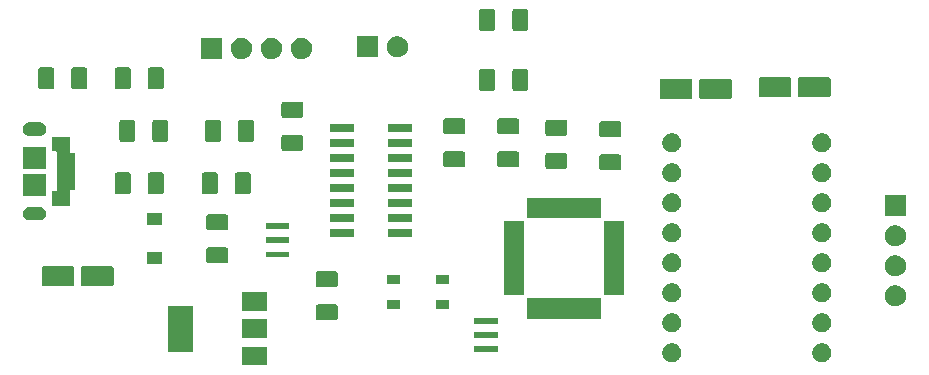
<source format=gbr>
G04 #@! TF.GenerationSoftware,KiCad,Pcbnew,(5.1.5)-3*
G04 #@! TF.CreationDate,2021-01-22T17:28:22+08:00*
G04 #@! TF.ProjectId,Pump_Driver,50756d70-5f44-4726-9976-65722e6b6963,rev?*
G04 #@! TF.SameCoordinates,Original*
G04 #@! TF.FileFunction,Soldermask,Top*
G04 #@! TF.FilePolarity,Negative*
%FSLAX46Y46*%
G04 Gerber Fmt 4.6, Leading zero omitted, Abs format (unit mm)*
G04 Created by KiCad (PCBNEW (5.1.5)-3) date 2021-01-22 17:28:22*
%MOMM*%
%LPD*%
G04 APERTURE LIST*
%ADD10C,0.100000*%
G04 APERTURE END LIST*
D10*
G36*
X93609000Y-120830000D02*
G01*
X91507000Y-120830000D01*
X91507000Y-119228000D01*
X93609000Y-119228000D01*
X93609000Y-120830000D01*
G37*
G36*
X140826142Y-118979242D02*
G01*
X140974101Y-119040529D01*
X141107255Y-119129499D01*
X141220501Y-119242745D01*
X141309471Y-119375899D01*
X141370758Y-119523858D01*
X141402000Y-119680925D01*
X141402000Y-119841075D01*
X141370758Y-119998142D01*
X141309471Y-120146101D01*
X141220501Y-120279255D01*
X141107255Y-120392501D01*
X140974101Y-120481471D01*
X140826142Y-120542758D01*
X140669075Y-120574000D01*
X140508925Y-120574000D01*
X140351858Y-120542758D01*
X140203899Y-120481471D01*
X140070745Y-120392501D01*
X139957499Y-120279255D01*
X139868529Y-120146101D01*
X139807242Y-119998142D01*
X139776000Y-119841075D01*
X139776000Y-119680925D01*
X139807242Y-119523858D01*
X139868529Y-119375899D01*
X139957499Y-119242745D01*
X140070745Y-119129499D01*
X140203899Y-119040529D01*
X140351858Y-118979242D01*
X140508925Y-118948000D01*
X140669075Y-118948000D01*
X140826142Y-118979242D01*
G37*
G36*
X128126142Y-118979242D02*
G01*
X128274101Y-119040529D01*
X128407255Y-119129499D01*
X128520501Y-119242745D01*
X128609471Y-119375899D01*
X128670758Y-119523858D01*
X128702000Y-119680925D01*
X128702000Y-119841075D01*
X128670758Y-119998142D01*
X128609471Y-120146101D01*
X128520501Y-120279255D01*
X128407255Y-120392501D01*
X128274101Y-120481471D01*
X128126142Y-120542758D01*
X127969075Y-120574000D01*
X127808925Y-120574000D01*
X127651858Y-120542758D01*
X127503899Y-120481471D01*
X127370745Y-120392501D01*
X127257499Y-120279255D01*
X127168529Y-120146101D01*
X127107242Y-119998142D01*
X127076000Y-119841075D01*
X127076000Y-119680925D01*
X127107242Y-119523858D01*
X127168529Y-119375899D01*
X127257499Y-119242745D01*
X127370745Y-119129499D01*
X127503899Y-119040529D01*
X127651858Y-118979242D01*
X127808925Y-118948000D01*
X127969075Y-118948000D01*
X128126142Y-118979242D01*
G37*
G36*
X113142000Y-119688000D02*
G01*
X111140000Y-119688000D01*
X111140000Y-119186000D01*
X113142000Y-119186000D01*
X113142000Y-119688000D01*
G37*
G36*
X87309000Y-119680000D02*
G01*
X85207000Y-119680000D01*
X85207000Y-115778000D01*
X87309000Y-115778000D01*
X87309000Y-119680000D01*
G37*
G36*
X93609000Y-118530000D02*
G01*
X91507000Y-118530000D01*
X91507000Y-116928000D01*
X93609000Y-116928000D01*
X93609000Y-118530000D01*
G37*
G36*
X113142000Y-118488000D02*
G01*
X111140000Y-118488000D01*
X111140000Y-117986000D01*
X113142000Y-117986000D01*
X113142000Y-118488000D01*
G37*
G36*
X128126142Y-116439242D02*
G01*
X128274101Y-116500529D01*
X128407255Y-116589499D01*
X128520501Y-116702745D01*
X128609471Y-116835899D01*
X128670758Y-116983858D01*
X128702000Y-117140925D01*
X128702000Y-117301075D01*
X128670758Y-117458142D01*
X128609471Y-117606101D01*
X128520501Y-117739255D01*
X128407255Y-117852501D01*
X128274101Y-117941471D01*
X128126142Y-118002758D01*
X127969075Y-118034000D01*
X127808925Y-118034000D01*
X127651858Y-118002758D01*
X127503899Y-117941471D01*
X127370745Y-117852501D01*
X127257499Y-117739255D01*
X127168529Y-117606101D01*
X127107242Y-117458142D01*
X127076000Y-117301075D01*
X127076000Y-117140925D01*
X127107242Y-116983858D01*
X127168529Y-116835899D01*
X127257499Y-116702745D01*
X127370745Y-116589499D01*
X127503899Y-116500529D01*
X127651858Y-116439242D01*
X127808925Y-116408000D01*
X127969075Y-116408000D01*
X128126142Y-116439242D01*
G37*
G36*
X140826142Y-116439242D02*
G01*
X140974101Y-116500529D01*
X141107255Y-116589499D01*
X141220501Y-116702745D01*
X141309471Y-116835899D01*
X141370758Y-116983858D01*
X141402000Y-117140925D01*
X141402000Y-117301075D01*
X141370758Y-117458142D01*
X141309471Y-117606101D01*
X141220501Y-117739255D01*
X141107255Y-117852501D01*
X140974101Y-117941471D01*
X140826142Y-118002758D01*
X140669075Y-118034000D01*
X140508925Y-118034000D01*
X140351858Y-118002758D01*
X140203899Y-117941471D01*
X140070745Y-117852501D01*
X139957499Y-117739255D01*
X139868529Y-117606101D01*
X139807242Y-117458142D01*
X139776000Y-117301075D01*
X139776000Y-117140925D01*
X139807242Y-116983858D01*
X139868529Y-116835899D01*
X139957499Y-116702745D01*
X140070745Y-116589499D01*
X140203899Y-116500529D01*
X140351858Y-116439242D01*
X140508925Y-116408000D01*
X140669075Y-116408000D01*
X140826142Y-116439242D01*
G37*
G36*
X113142000Y-117288000D02*
G01*
X111140000Y-117288000D01*
X111140000Y-116786000D01*
X113142000Y-116786000D01*
X113142000Y-117288000D01*
G37*
G36*
X99447604Y-115660347D02*
G01*
X99484144Y-115671432D01*
X99517821Y-115689433D01*
X99547341Y-115713659D01*
X99571567Y-115743179D01*
X99589568Y-115776856D01*
X99600653Y-115813396D01*
X99605000Y-115857538D01*
X99605000Y-116806462D01*
X99600653Y-116850604D01*
X99589568Y-116887144D01*
X99571567Y-116920821D01*
X99547341Y-116950341D01*
X99517821Y-116974567D01*
X99484144Y-116992568D01*
X99447604Y-117003653D01*
X99403462Y-117008000D01*
X97954538Y-117008000D01*
X97910396Y-117003653D01*
X97873856Y-116992568D01*
X97840179Y-116974567D01*
X97810659Y-116950341D01*
X97786433Y-116920821D01*
X97768432Y-116887144D01*
X97757347Y-116850604D01*
X97753000Y-116806462D01*
X97753000Y-115857538D01*
X97757347Y-115813396D01*
X97768432Y-115776856D01*
X97786433Y-115743179D01*
X97810659Y-115713659D01*
X97840179Y-115689433D01*
X97873856Y-115671432D01*
X97910396Y-115660347D01*
X97954538Y-115656000D01*
X99403462Y-115656000D01*
X99447604Y-115660347D01*
G37*
G36*
X121871000Y-116861000D02*
G01*
X115619000Y-116861000D01*
X115619000Y-115159000D01*
X121871000Y-115159000D01*
X121871000Y-116861000D01*
G37*
G36*
X93609000Y-116230000D02*
G01*
X91507000Y-116230000D01*
X91507000Y-114628000D01*
X93609000Y-114628000D01*
X93609000Y-116230000D01*
G37*
G36*
X104884000Y-116064000D02*
G01*
X103732000Y-116064000D01*
X103732000Y-115312000D01*
X104884000Y-115312000D01*
X104884000Y-116064000D01*
G37*
G36*
X109034000Y-116064000D02*
G01*
X107882000Y-116064000D01*
X107882000Y-115312000D01*
X109034000Y-115312000D01*
X109034000Y-116064000D01*
G37*
G36*
X146925512Y-114038927D02*
G01*
X147074812Y-114068624D01*
X147238784Y-114136544D01*
X147386354Y-114235147D01*
X147511853Y-114360646D01*
X147610456Y-114508216D01*
X147678376Y-114672188D01*
X147713000Y-114846259D01*
X147713000Y-115023741D01*
X147678376Y-115197812D01*
X147610456Y-115361784D01*
X147511853Y-115509354D01*
X147386354Y-115634853D01*
X147238784Y-115733456D01*
X147074812Y-115801376D01*
X146925512Y-115831073D01*
X146900742Y-115836000D01*
X146723258Y-115836000D01*
X146698488Y-115831073D01*
X146549188Y-115801376D01*
X146385216Y-115733456D01*
X146237646Y-115634853D01*
X146112147Y-115509354D01*
X146013544Y-115361784D01*
X145945624Y-115197812D01*
X145911000Y-115023741D01*
X145911000Y-114846259D01*
X145945624Y-114672188D01*
X146013544Y-114508216D01*
X146112147Y-114360646D01*
X146237646Y-114235147D01*
X146385216Y-114136544D01*
X146549188Y-114068624D01*
X146698488Y-114038927D01*
X146723258Y-114034000D01*
X146900742Y-114034000D01*
X146925512Y-114038927D01*
G37*
G36*
X140826142Y-113899242D02*
G01*
X140974101Y-113960529D01*
X141107255Y-114049499D01*
X141220501Y-114162745D01*
X141309471Y-114295899D01*
X141370758Y-114443858D01*
X141402000Y-114600925D01*
X141402000Y-114761075D01*
X141370758Y-114918142D01*
X141309471Y-115066101D01*
X141220501Y-115199255D01*
X141107255Y-115312501D01*
X140974101Y-115401471D01*
X140826142Y-115462758D01*
X140669075Y-115494000D01*
X140508925Y-115494000D01*
X140351858Y-115462758D01*
X140203899Y-115401471D01*
X140070745Y-115312501D01*
X139957499Y-115199255D01*
X139868529Y-115066101D01*
X139807242Y-114918142D01*
X139776000Y-114761075D01*
X139776000Y-114600925D01*
X139807242Y-114443858D01*
X139868529Y-114295899D01*
X139957499Y-114162745D01*
X140070745Y-114049499D01*
X140203899Y-113960529D01*
X140351858Y-113899242D01*
X140508925Y-113868000D01*
X140669075Y-113868000D01*
X140826142Y-113899242D01*
G37*
G36*
X128126142Y-113899242D02*
G01*
X128274101Y-113960529D01*
X128407255Y-114049499D01*
X128520501Y-114162745D01*
X128609471Y-114295899D01*
X128670758Y-114443858D01*
X128702000Y-114600925D01*
X128702000Y-114761075D01*
X128670758Y-114918142D01*
X128609471Y-115066101D01*
X128520501Y-115199255D01*
X128407255Y-115312501D01*
X128274101Y-115401471D01*
X128126142Y-115462758D01*
X127969075Y-115494000D01*
X127808925Y-115494000D01*
X127651858Y-115462758D01*
X127503899Y-115401471D01*
X127370745Y-115312501D01*
X127257499Y-115199255D01*
X127168529Y-115066101D01*
X127107242Y-114918142D01*
X127076000Y-114761075D01*
X127076000Y-114600925D01*
X127107242Y-114443858D01*
X127168529Y-114295899D01*
X127257499Y-114162745D01*
X127370745Y-114049499D01*
X127503899Y-113960529D01*
X127651858Y-113899242D01*
X127808925Y-113868000D01*
X127969075Y-113868000D01*
X128126142Y-113899242D01*
G37*
G36*
X123846000Y-114886000D02*
G01*
X122144000Y-114886000D01*
X122144000Y-108634000D01*
X123846000Y-108634000D01*
X123846000Y-114886000D01*
G37*
G36*
X115346000Y-114886000D02*
G01*
X113644000Y-114886000D01*
X113644000Y-108634000D01*
X115346000Y-108634000D01*
X115346000Y-114886000D01*
G37*
G36*
X99447604Y-112860347D02*
G01*
X99484144Y-112871432D01*
X99517821Y-112889433D01*
X99547341Y-112913659D01*
X99571567Y-112943179D01*
X99589568Y-112976856D01*
X99600653Y-113013396D01*
X99605000Y-113057538D01*
X99605000Y-114006462D01*
X99600653Y-114050604D01*
X99589568Y-114087144D01*
X99571567Y-114120821D01*
X99547341Y-114150341D01*
X99517821Y-114174567D01*
X99484144Y-114192568D01*
X99447604Y-114203653D01*
X99403462Y-114208000D01*
X97954538Y-114208000D01*
X97910396Y-114203653D01*
X97873856Y-114192568D01*
X97840179Y-114174567D01*
X97810659Y-114150341D01*
X97786433Y-114120821D01*
X97768432Y-114087144D01*
X97757347Y-114050604D01*
X97753000Y-114006462D01*
X97753000Y-113057538D01*
X97757347Y-113013396D01*
X97768432Y-112976856D01*
X97786433Y-112943179D01*
X97810659Y-112913659D01*
X97840179Y-112889433D01*
X97873856Y-112871432D01*
X97910396Y-112860347D01*
X97954538Y-112856000D01*
X99403462Y-112856000D01*
X99447604Y-112860347D01*
G37*
G36*
X80478997Y-112437051D02*
G01*
X80512652Y-112447261D01*
X80543665Y-112463838D01*
X80570851Y-112486149D01*
X80593162Y-112513335D01*
X80609739Y-112544348D01*
X80619949Y-112578003D01*
X80624000Y-112619138D01*
X80624000Y-113948862D01*
X80619949Y-113989997D01*
X80609739Y-114023652D01*
X80593162Y-114054665D01*
X80570851Y-114081851D01*
X80543665Y-114104162D01*
X80512652Y-114120739D01*
X80478997Y-114130949D01*
X80437862Y-114135000D01*
X78058138Y-114135000D01*
X78017003Y-114130949D01*
X77983348Y-114120739D01*
X77952335Y-114104162D01*
X77925149Y-114081851D01*
X77902838Y-114054665D01*
X77886261Y-114023652D01*
X77876051Y-113989997D01*
X77872000Y-113948862D01*
X77872000Y-112619138D01*
X77876051Y-112578003D01*
X77886261Y-112544348D01*
X77902838Y-112513335D01*
X77925149Y-112486149D01*
X77952335Y-112463838D01*
X77983348Y-112447261D01*
X78017003Y-112437051D01*
X78058138Y-112433000D01*
X80437862Y-112433000D01*
X80478997Y-112437051D01*
G37*
G36*
X77128997Y-112437051D02*
G01*
X77162652Y-112447261D01*
X77193665Y-112463838D01*
X77220851Y-112486149D01*
X77243162Y-112513335D01*
X77259739Y-112544348D01*
X77269949Y-112578003D01*
X77274000Y-112619138D01*
X77274000Y-113948862D01*
X77269949Y-113989997D01*
X77259739Y-114023652D01*
X77243162Y-114054665D01*
X77220851Y-114081851D01*
X77193665Y-114104162D01*
X77162652Y-114120739D01*
X77128997Y-114130949D01*
X77087862Y-114135000D01*
X74708138Y-114135000D01*
X74667003Y-114130949D01*
X74633348Y-114120739D01*
X74602335Y-114104162D01*
X74575149Y-114081851D01*
X74552838Y-114054665D01*
X74536261Y-114023652D01*
X74526051Y-113989997D01*
X74522000Y-113948862D01*
X74522000Y-112619138D01*
X74526051Y-112578003D01*
X74536261Y-112544348D01*
X74552838Y-112513335D01*
X74575149Y-112486149D01*
X74602335Y-112463838D01*
X74633348Y-112447261D01*
X74667003Y-112437051D01*
X74708138Y-112433000D01*
X77087862Y-112433000D01*
X77128997Y-112437051D01*
G37*
G36*
X109034000Y-113914000D02*
G01*
X107882000Y-113914000D01*
X107882000Y-113162000D01*
X109034000Y-113162000D01*
X109034000Y-113914000D01*
G37*
G36*
X104884000Y-113914000D02*
G01*
X103732000Y-113914000D01*
X103732000Y-113162000D01*
X104884000Y-113162000D01*
X104884000Y-113914000D01*
G37*
G36*
X146925512Y-111498927D02*
G01*
X147074812Y-111528624D01*
X147238784Y-111596544D01*
X147386354Y-111695147D01*
X147511853Y-111820646D01*
X147610456Y-111968216D01*
X147678376Y-112132188D01*
X147713000Y-112306259D01*
X147713000Y-112483741D01*
X147678376Y-112657812D01*
X147610456Y-112821784D01*
X147511853Y-112969354D01*
X147386354Y-113094853D01*
X147238784Y-113193456D01*
X147074812Y-113261376D01*
X146925512Y-113291073D01*
X146900742Y-113296000D01*
X146723258Y-113296000D01*
X146698488Y-113291073D01*
X146549188Y-113261376D01*
X146385216Y-113193456D01*
X146237646Y-113094853D01*
X146112147Y-112969354D01*
X146013544Y-112821784D01*
X145945624Y-112657812D01*
X145911000Y-112483741D01*
X145911000Y-112306259D01*
X145945624Y-112132188D01*
X146013544Y-111968216D01*
X146112147Y-111820646D01*
X146237646Y-111695147D01*
X146385216Y-111596544D01*
X146549188Y-111528624D01*
X146698488Y-111498927D01*
X146723258Y-111494000D01*
X146900742Y-111494000D01*
X146925512Y-111498927D01*
G37*
G36*
X140826142Y-111359242D02*
G01*
X140974101Y-111420529D01*
X141107255Y-111509499D01*
X141220501Y-111622745D01*
X141309471Y-111755899D01*
X141370758Y-111903858D01*
X141402000Y-112060925D01*
X141402000Y-112221075D01*
X141370758Y-112378142D01*
X141309471Y-112526101D01*
X141220501Y-112659255D01*
X141107255Y-112772501D01*
X140974101Y-112861471D01*
X140826142Y-112922758D01*
X140669075Y-112954000D01*
X140508925Y-112954000D01*
X140351858Y-112922758D01*
X140203899Y-112861471D01*
X140070745Y-112772501D01*
X139957499Y-112659255D01*
X139868529Y-112526101D01*
X139807242Y-112378142D01*
X139776000Y-112221075D01*
X139776000Y-112060925D01*
X139807242Y-111903858D01*
X139868529Y-111755899D01*
X139957499Y-111622745D01*
X140070745Y-111509499D01*
X140203899Y-111420529D01*
X140351858Y-111359242D01*
X140508925Y-111328000D01*
X140669075Y-111328000D01*
X140826142Y-111359242D01*
G37*
G36*
X128126142Y-111359242D02*
G01*
X128274101Y-111420529D01*
X128407255Y-111509499D01*
X128520501Y-111622745D01*
X128609471Y-111755899D01*
X128670758Y-111903858D01*
X128702000Y-112060925D01*
X128702000Y-112221075D01*
X128670758Y-112378142D01*
X128609471Y-112526101D01*
X128520501Y-112659255D01*
X128407255Y-112772501D01*
X128274101Y-112861471D01*
X128126142Y-112922758D01*
X127969075Y-112954000D01*
X127808925Y-112954000D01*
X127651858Y-112922758D01*
X127503899Y-112861471D01*
X127370745Y-112772501D01*
X127257499Y-112659255D01*
X127168529Y-112526101D01*
X127107242Y-112378142D01*
X127076000Y-112221075D01*
X127076000Y-112060925D01*
X127107242Y-111903858D01*
X127168529Y-111755899D01*
X127257499Y-111622745D01*
X127370745Y-111509499D01*
X127503899Y-111420529D01*
X127651858Y-111359242D01*
X127808925Y-111328000D01*
X127969075Y-111328000D01*
X128126142Y-111359242D01*
G37*
G36*
X84725000Y-112261000D02*
G01*
X83423000Y-112261000D01*
X83423000Y-111259000D01*
X84725000Y-111259000D01*
X84725000Y-112261000D01*
G37*
G36*
X90176604Y-110840347D02*
G01*
X90213144Y-110851432D01*
X90246821Y-110869433D01*
X90276341Y-110893659D01*
X90300567Y-110923179D01*
X90318568Y-110956856D01*
X90329653Y-110993396D01*
X90334000Y-111037538D01*
X90334000Y-111986462D01*
X90329653Y-112030604D01*
X90318568Y-112067144D01*
X90300567Y-112100821D01*
X90276341Y-112130341D01*
X90246821Y-112154567D01*
X90213144Y-112172568D01*
X90176604Y-112183653D01*
X90132462Y-112188000D01*
X88683538Y-112188000D01*
X88639396Y-112183653D01*
X88602856Y-112172568D01*
X88569179Y-112154567D01*
X88539659Y-112130341D01*
X88515433Y-112100821D01*
X88497432Y-112067144D01*
X88486347Y-112030604D01*
X88482000Y-111986462D01*
X88482000Y-111037538D01*
X88486347Y-110993396D01*
X88497432Y-110956856D01*
X88515433Y-110923179D01*
X88539659Y-110893659D01*
X88569179Y-110869433D01*
X88602856Y-110851432D01*
X88639396Y-110840347D01*
X88683538Y-110836000D01*
X90132462Y-110836000D01*
X90176604Y-110840347D01*
G37*
G36*
X95489000Y-111687000D02*
G01*
X93487000Y-111687000D01*
X93487000Y-111185000D01*
X95489000Y-111185000D01*
X95489000Y-111687000D01*
G37*
G36*
X146925512Y-108958927D02*
G01*
X147074812Y-108988624D01*
X147238784Y-109056544D01*
X147386354Y-109155147D01*
X147511853Y-109280646D01*
X147610456Y-109428216D01*
X147678376Y-109592188D01*
X147713000Y-109766259D01*
X147713000Y-109943741D01*
X147678376Y-110117812D01*
X147610456Y-110281784D01*
X147511853Y-110429354D01*
X147386354Y-110554853D01*
X147238784Y-110653456D01*
X147074812Y-110721376D01*
X146925512Y-110751073D01*
X146900742Y-110756000D01*
X146723258Y-110756000D01*
X146698488Y-110751073D01*
X146549188Y-110721376D01*
X146385216Y-110653456D01*
X146237646Y-110554853D01*
X146112147Y-110429354D01*
X146013544Y-110281784D01*
X145945624Y-110117812D01*
X145911000Y-109943741D01*
X145911000Y-109766259D01*
X145945624Y-109592188D01*
X146013544Y-109428216D01*
X146112147Y-109280646D01*
X146237646Y-109155147D01*
X146385216Y-109056544D01*
X146549188Y-108988624D01*
X146698488Y-108958927D01*
X146723258Y-108954000D01*
X146900742Y-108954000D01*
X146925512Y-108958927D01*
G37*
G36*
X95489000Y-110487000D02*
G01*
X93487000Y-110487000D01*
X93487000Y-109985000D01*
X95489000Y-109985000D01*
X95489000Y-110487000D01*
G37*
G36*
X140826142Y-108819242D02*
G01*
X140974101Y-108880529D01*
X141107255Y-108969499D01*
X141220501Y-109082745D01*
X141309471Y-109215899D01*
X141370758Y-109363858D01*
X141402000Y-109520925D01*
X141402000Y-109681075D01*
X141370758Y-109838142D01*
X141309471Y-109986101D01*
X141220501Y-110119255D01*
X141107255Y-110232501D01*
X140974101Y-110321471D01*
X140826142Y-110382758D01*
X140669075Y-110414000D01*
X140508925Y-110414000D01*
X140351858Y-110382758D01*
X140203899Y-110321471D01*
X140070745Y-110232501D01*
X139957499Y-110119255D01*
X139868529Y-109986101D01*
X139807242Y-109838142D01*
X139776000Y-109681075D01*
X139776000Y-109520925D01*
X139807242Y-109363858D01*
X139868529Y-109215899D01*
X139957499Y-109082745D01*
X140070745Y-108969499D01*
X140203899Y-108880529D01*
X140351858Y-108819242D01*
X140508925Y-108788000D01*
X140669075Y-108788000D01*
X140826142Y-108819242D01*
G37*
G36*
X128126142Y-108819242D02*
G01*
X128274101Y-108880529D01*
X128407255Y-108969499D01*
X128520501Y-109082745D01*
X128609471Y-109215899D01*
X128670758Y-109363858D01*
X128702000Y-109520925D01*
X128702000Y-109681075D01*
X128670758Y-109838142D01*
X128609471Y-109986101D01*
X128520501Y-110119255D01*
X128407255Y-110232501D01*
X128274101Y-110321471D01*
X128126142Y-110382758D01*
X127969075Y-110414000D01*
X127808925Y-110414000D01*
X127651858Y-110382758D01*
X127503899Y-110321471D01*
X127370745Y-110232501D01*
X127257499Y-110119255D01*
X127168529Y-109986101D01*
X127107242Y-109838142D01*
X127076000Y-109681075D01*
X127076000Y-109520925D01*
X127107242Y-109363858D01*
X127168529Y-109215899D01*
X127257499Y-109082745D01*
X127370745Y-108969499D01*
X127503899Y-108880529D01*
X127651858Y-108819242D01*
X127808925Y-108788000D01*
X127969075Y-108788000D01*
X128126142Y-108819242D01*
G37*
G36*
X100886928Y-109252764D02*
G01*
X100908009Y-109259160D01*
X100927445Y-109269548D01*
X100944476Y-109283524D01*
X100958452Y-109300555D01*
X100968840Y-109319991D01*
X100975236Y-109341072D01*
X100978000Y-109369140D01*
X100978000Y-109832860D01*
X100975236Y-109860928D01*
X100968840Y-109882009D01*
X100958452Y-109901445D01*
X100944476Y-109918476D01*
X100927445Y-109932452D01*
X100908009Y-109942840D01*
X100886928Y-109949236D01*
X100858860Y-109952000D01*
X99045140Y-109952000D01*
X99017072Y-109949236D01*
X98995991Y-109942840D01*
X98976555Y-109932452D01*
X98959524Y-109918476D01*
X98945548Y-109901445D01*
X98935160Y-109882009D01*
X98928764Y-109860928D01*
X98926000Y-109832860D01*
X98926000Y-109369140D01*
X98928764Y-109341072D01*
X98935160Y-109319991D01*
X98945548Y-109300555D01*
X98959524Y-109283524D01*
X98976555Y-109269548D01*
X98995991Y-109259160D01*
X99017072Y-109252764D01*
X99045140Y-109250000D01*
X100858860Y-109250000D01*
X100886928Y-109252764D01*
G37*
G36*
X105836928Y-109252764D02*
G01*
X105858009Y-109259160D01*
X105877445Y-109269548D01*
X105894476Y-109283524D01*
X105908452Y-109300555D01*
X105918840Y-109319991D01*
X105925236Y-109341072D01*
X105928000Y-109369140D01*
X105928000Y-109832860D01*
X105925236Y-109860928D01*
X105918840Y-109882009D01*
X105908452Y-109901445D01*
X105894476Y-109918476D01*
X105877445Y-109932452D01*
X105858009Y-109942840D01*
X105836928Y-109949236D01*
X105808860Y-109952000D01*
X103995140Y-109952000D01*
X103967072Y-109949236D01*
X103945991Y-109942840D01*
X103926555Y-109932452D01*
X103909524Y-109918476D01*
X103895548Y-109901445D01*
X103885160Y-109882009D01*
X103878764Y-109860928D01*
X103876000Y-109832860D01*
X103876000Y-109369140D01*
X103878764Y-109341072D01*
X103885160Y-109319991D01*
X103895548Y-109300555D01*
X103909524Y-109283524D01*
X103926555Y-109269548D01*
X103945991Y-109259160D01*
X103967072Y-109252764D01*
X103995140Y-109250000D01*
X105808860Y-109250000D01*
X105836928Y-109252764D01*
G37*
G36*
X90176604Y-108040347D02*
G01*
X90213144Y-108051432D01*
X90246821Y-108069433D01*
X90276341Y-108093659D01*
X90300567Y-108123179D01*
X90318568Y-108156856D01*
X90329653Y-108193396D01*
X90334000Y-108237538D01*
X90334000Y-109186462D01*
X90329653Y-109230604D01*
X90318568Y-109267144D01*
X90300567Y-109300821D01*
X90276341Y-109330341D01*
X90246821Y-109354567D01*
X90213144Y-109372568D01*
X90176604Y-109383653D01*
X90132462Y-109388000D01*
X88683538Y-109388000D01*
X88639396Y-109383653D01*
X88602856Y-109372568D01*
X88569179Y-109354567D01*
X88539659Y-109330341D01*
X88515433Y-109300821D01*
X88497432Y-109267144D01*
X88486347Y-109230604D01*
X88482000Y-109186462D01*
X88482000Y-108237538D01*
X88486347Y-108193396D01*
X88497432Y-108156856D01*
X88515433Y-108123179D01*
X88539659Y-108093659D01*
X88569179Y-108069433D01*
X88602856Y-108051432D01*
X88639396Y-108040347D01*
X88683538Y-108036000D01*
X90132462Y-108036000D01*
X90176604Y-108040347D01*
G37*
G36*
X95489000Y-109287000D02*
G01*
X93487000Y-109287000D01*
X93487000Y-108785000D01*
X95489000Y-108785000D01*
X95489000Y-109287000D01*
G37*
G36*
X84725000Y-108961000D02*
G01*
X83423000Y-108961000D01*
X83423000Y-107959000D01*
X84725000Y-107959000D01*
X84725000Y-108961000D01*
G37*
G36*
X105836928Y-107982764D02*
G01*
X105858009Y-107989160D01*
X105877445Y-107999548D01*
X105894476Y-108013524D01*
X105908452Y-108030555D01*
X105918840Y-108049991D01*
X105925236Y-108071072D01*
X105928000Y-108099140D01*
X105928000Y-108562860D01*
X105925236Y-108590928D01*
X105918840Y-108612009D01*
X105908452Y-108631445D01*
X105894476Y-108648476D01*
X105877445Y-108662452D01*
X105858009Y-108672840D01*
X105836928Y-108679236D01*
X105808860Y-108682000D01*
X103995140Y-108682000D01*
X103967072Y-108679236D01*
X103945991Y-108672840D01*
X103926555Y-108662452D01*
X103909524Y-108648476D01*
X103895548Y-108631445D01*
X103885160Y-108612009D01*
X103878764Y-108590928D01*
X103876000Y-108562860D01*
X103876000Y-108099140D01*
X103878764Y-108071072D01*
X103885160Y-108049991D01*
X103895548Y-108030555D01*
X103909524Y-108013524D01*
X103926555Y-107999548D01*
X103945991Y-107989160D01*
X103967072Y-107982764D01*
X103995140Y-107980000D01*
X105808860Y-107980000D01*
X105836928Y-107982764D01*
G37*
G36*
X100886928Y-107982764D02*
G01*
X100908009Y-107989160D01*
X100927445Y-107999548D01*
X100944476Y-108013524D01*
X100958452Y-108030555D01*
X100968840Y-108049991D01*
X100975236Y-108071072D01*
X100978000Y-108099140D01*
X100978000Y-108562860D01*
X100975236Y-108590928D01*
X100968840Y-108612009D01*
X100958452Y-108631445D01*
X100944476Y-108648476D01*
X100927445Y-108662452D01*
X100908009Y-108672840D01*
X100886928Y-108679236D01*
X100858860Y-108682000D01*
X99045140Y-108682000D01*
X99017072Y-108679236D01*
X98995991Y-108672840D01*
X98976555Y-108662452D01*
X98959524Y-108648476D01*
X98945548Y-108631445D01*
X98935160Y-108612009D01*
X98928764Y-108590928D01*
X98926000Y-108562860D01*
X98926000Y-108099140D01*
X98928764Y-108071072D01*
X98935160Y-108049991D01*
X98945548Y-108030555D01*
X98959524Y-108013524D01*
X98976555Y-107999548D01*
X98995991Y-107989160D01*
X99017072Y-107982764D01*
X99045140Y-107980000D01*
X100858860Y-107980000D01*
X100886928Y-107982764D01*
G37*
G36*
X74468916Y-107401334D02*
G01*
X74577492Y-107434271D01*
X74577495Y-107434272D01*
X74599623Y-107446100D01*
X74677557Y-107487756D01*
X74765264Y-107559736D01*
X74837244Y-107647443D01*
X74871429Y-107711399D01*
X74890728Y-107747505D01*
X74890729Y-107747508D01*
X74923666Y-107856084D01*
X74934787Y-107969000D01*
X74923666Y-108081916D01*
X74890729Y-108190492D01*
X74890728Y-108190495D01*
X74877095Y-108216000D01*
X74837244Y-108290557D01*
X74765264Y-108378264D01*
X74677557Y-108450244D01*
X74613601Y-108484429D01*
X74577495Y-108503728D01*
X74577492Y-108503729D01*
X74468916Y-108536666D01*
X74384298Y-108545000D01*
X73477702Y-108545000D01*
X73393084Y-108536666D01*
X73284508Y-108503729D01*
X73284505Y-108503728D01*
X73248399Y-108484429D01*
X73184443Y-108450244D01*
X73096736Y-108378264D01*
X73024756Y-108290557D01*
X72984905Y-108216000D01*
X72971272Y-108190495D01*
X72971271Y-108190492D01*
X72938334Y-108081916D01*
X72927213Y-107969000D01*
X72938334Y-107856084D01*
X72971271Y-107747508D01*
X72971272Y-107747505D01*
X72990571Y-107711399D01*
X73024756Y-107647443D01*
X73096736Y-107559736D01*
X73184443Y-107487756D01*
X73262377Y-107446100D01*
X73284505Y-107434272D01*
X73284508Y-107434271D01*
X73393084Y-107401334D01*
X73477702Y-107393000D01*
X74384298Y-107393000D01*
X74468916Y-107401334D01*
G37*
G36*
X121871000Y-108361000D02*
G01*
X115619000Y-108361000D01*
X115619000Y-106659000D01*
X121871000Y-106659000D01*
X121871000Y-108361000D01*
G37*
G36*
X147713000Y-108216000D02*
G01*
X145911000Y-108216000D01*
X145911000Y-106414000D01*
X147713000Y-106414000D01*
X147713000Y-108216000D01*
G37*
G36*
X128126142Y-106279242D02*
G01*
X128274101Y-106340529D01*
X128407255Y-106429499D01*
X128520501Y-106542745D01*
X128609471Y-106675899D01*
X128670758Y-106823858D01*
X128702000Y-106980925D01*
X128702000Y-107141075D01*
X128670758Y-107298142D01*
X128609471Y-107446101D01*
X128520501Y-107579255D01*
X128407255Y-107692501D01*
X128274101Y-107781471D01*
X128126142Y-107842758D01*
X127969075Y-107874000D01*
X127808925Y-107874000D01*
X127651858Y-107842758D01*
X127503899Y-107781471D01*
X127370745Y-107692501D01*
X127257499Y-107579255D01*
X127168529Y-107446101D01*
X127107242Y-107298142D01*
X127076000Y-107141075D01*
X127076000Y-106980925D01*
X127107242Y-106823858D01*
X127168529Y-106675899D01*
X127257499Y-106542745D01*
X127370745Y-106429499D01*
X127503899Y-106340529D01*
X127651858Y-106279242D01*
X127808925Y-106248000D01*
X127969075Y-106248000D01*
X128126142Y-106279242D01*
G37*
G36*
X140826142Y-106279242D02*
G01*
X140974101Y-106340529D01*
X141107255Y-106429499D01*
X141220501Y-106542745D01*
X141309471Y-106675899D01*
X141370758Y-106823858D01*
X141402000Y-106980925D01*
X141402000Y-107141075D01*
X141370758Y-107298142D01*
X141309471Y-107446101D01*
X141220501Y-107579255D01*
X141107255Y-107692501D01*
X140974101Y-107781471D01*
X140826142Y-107842758D01*
X140669075Y-107874000D01*
X140508925Y-107874000D01*
X140351858Y-107842758D01*
X140203899Y-107781471D01*
X140070745Y-107692501D01*
X139957499Y-107579255D01*
X139868529Y-107446101D01*
X139807242Y-107298142D01*
X139776000Y-107141075D01*
X139776000Y-106980925D01*
X139807242Y-106823858D01*
X139868529Y-106675899D01*
X139957499Y-106542745D01*
X140070745Y-106429499D01*
X140203899Y-106340529D01*
X140351858Y-106279242D01*
X140508925Y-106248000D01*
X140669075Y-106248000D01*
X140826142Y-106279242D01*
G37*
G36*
X105836928Y-106712764D02*
G01*
X105858009Y-106719160D01*
X105877445Y-106729548D01*
X105894476Y-106743524D01*
X105908452Y-106760555D01*
X105918840Y-106779991D01*
X105925236Y-106801072D01*
X105928000Y-106829140D01*
X105928000Y-107292860D01*
X105925236Y-107320928D01*
X105918840Y-107342009D01*
X105908452Y-107361445D01*
X105894476Y-107378476D01*
X105877445Y-107392452D01*
X105858009Y-107402840D01*
X105836928Y-107409236D01*
X105808860Y-107412000D01*
X103995140Y-107412000D01*
X103967072Y-107409236D01*
X103945991Y-107402840D01*
X103926555Y-107392452D01*
X103909524Y-107378476D01*
X103895548Y-107361445D01*
X103885160Y-107342009D01*
X103878764Y-107320928D01*
X103876000Y-107292860D01*
X103876000Y-106829140D01*
X103878764Y-106801072D01*
X103885160Y-106779991D01*
X103895548Y-106760555D01*
X103909524Y-106743524D01*
X103926555Y-106729548D01*
X103945991Y-106719160D01*
X103967072Y-106712764D01*
X103995140Y-106710000D01*
X105808860Y-106710000D01*
X105836928Y-106712764D01*
G37*
G36*
X100886928Y-106712764D02*
G01*
X100908009Y-106719160D01*
X100927445Y-106729548D01*
X100944476Y-106743524D01*
X100958452Y-106760555D01*
X100968840Y-106779991D01*
X100975236Y-106801072D01*
X100978000Y-106829140D01*
X100978000Y-107292860D01*
X100975236Y-107320928D01*
X100968840Y-107342009D01*
X100958452Y-107361445D01*
X100944476Y-107378476D01*
X100927445Y-107392452D01*
X100908009Y-107402840D01*
X100886928Y-107409236D01*
X100858860Y-107412000D01*
X99045140Y-107412000D01*
X99017072Y-107409236D01*
X98995991Y-107402840D01*
X98976555Y-107392452D01*
X98959524Y-107378476D01*
X98945548Y-107361445D01*
X98935160Y-107342009D01*
X98928764Y-107320928D01*
X98926000Y-107292860D01*
X98926000Y-106829140D01*
X98928764Y-106801072D01*
X98935160Y-106779991D01*
X98945548Y-106760555D01*
X98959524Y-106743524D01*
X98976555Y-106729548D01*
X98995991Y-106719160D01*
X99017072Y-106712764D01*
X99045140Y-106710000D01*
X100858860Y-106710000D01*
X100886928Y-106712764D01*
G37*
G36*
X76937000Y-102718001D02*
G01*
X76939402Y-102742387D01*
X76946515Y-102765836D01*
X76958066Y-102787447D01*
X76973611Y-102806389D01*
X76992553Y-102821934D01*
X77014164Y-102833485D01*
X77037613Y-102840598D01*
X77061999Y-102843000D01*
X77332000Y-102843000D01*
X77332000Y-105945000D01*
X77061999Y-105945000D01*
X77037613Y-105947402D01*
X77014164Y-105954515D01*
X76992553Y-105966066D01*
X76973611Y-105981611D01*
X76958066Y-106000553D01*
X76946515Y-106022164D01*
X76939402Y-106045613D01*
X76937000Y-106069999D01*
X76937000Y-107340000D01*
X75385000Y-107340000D01*
X75385000Y-106088000D01*
X75705001Y-106088000D01*
X75729387Y-106085598D01*
X75752836Y-106078485D01*
X75774447Y-106066934D01*
X75793389Y-106051389D01*
X75808934Y-106032447D01*
X75820485Y-106010836D01*
X75827598Y-105987387D01*
X75830000Y-105963001D01*
X75830000Y-102824999D01*
X75827598Y-102800613D01*
X75820485Y-102777164D01*
X75808934Y-102755553D01*
X75793389Y-102736611D01*
X75774447Y-102721066D01*
X75752836Y-102709515D01*
X75729387Y-102702402D01*
X75705001Y-102700000D01*
X75385000Y-102700000D01*
X75385000Y-101448000D01*
X76937000Y-101448000D01*
X76937000Y-102718001D01*
G37*
G36*
X74932000Y-106445000D02*
G01*
X72930000Y-106445000D01*
X72930000Y-104593000D01*
X74932000Y-104593000D01*
X74932000Y-106445000D01*
G37*
G36*
X84719604Y-104488347D02*
G01*
X84756144Y-104499432D01*
X84789821Y-104517433D01*
X84819341Y-104541659D01*
X84843567Y-104571179D01*
X84861568Y-104604856D01*
X84872653Y-104641396D01*
X84877000Y-104685538D01*
X84877000Y-106134462D01*
X84872653Y-106178604D01*
X84861568Y-106215144D01*
X84843567Y-106248821D01*
X84819341Y-106278341D01*
X84789821Y-106302567D01*
X84756144Y-106320568D01*
X84719604Y-106331653D01*
X84675462Y-106336000D01*
X83726538Y-106336000D01*
X83682396Y-106331653D01*
X83645856Y-106320568D01*
X83612179Y-106302567D01*
X83582659Y-106278341D01*
X83558433Y-106248821D01*
X83540432Y-106215144D01*
X83529347Y-106178604D01*
X83525000Y-106134462D01*
X83525000Y-104685538D01*
X83529347Y-104641396D01*
X83540432Y-104604856D01*
X83558433Y-104571179D01*
X83582659Y-104541659D01*
X83612179Y-104517433D01*
X83645856Y-104499432D01*
X83682396Y-104488347D01*
X83726538Y-104484000D01*
X84675462Y-104484000D01*
X84719604Y-104488347D01*
G37*
G36*
X81919604Y-104488347D02*
G01*
X81956144Y-104499432D01*
X81989821Y-104517433D01*
X82019341Y-104541659D01*
X82043567Y-104571179D01*
X82061568Y-104604856D01*
X82072653Y-104641396D01*
X82077000Y-104685538D01*
X82077000Y-106134462D01*
X82072653Y-106178604D01*
X82061568Y-106215144D01*
X82043567Y-106248821D01*
X82019341Y-106278341D01*
X81989821Y-106302567D01*
X81956144Y-106320568D01*
X81919604Y-106331653D01*
X81875462Y-106336000D01*
X80926538Y-106336000D01*
X80882396Y-106331653D01*
X80845856Y-106320568D01*
X80812179Y-106302567D01*
X80782659Y-106278341D01*
X80758433Y-106248821D01*
X80740432Y-106215144D01*
X80729347Y-106178604D01*
X80725000Y-106134462D01*
X80725000Y-104685538D01*
X80729347Y-104641396D01*
X80740432Y-104604856D01*
X80758433Y-104571179D01*
X80782659Y-104541659D01*
X80812179Y-104517433D01*
X80845856Y-104499432D01*
X80882396Y-104488347D01*
X80926538Y-104484000D01*
X81875462Y-104484000D01*
X81919604Y-104488347D01*
G37*
G36*
X92085604Y-104488347D02*
G01*
X92122144Y-104499432D01*
X92155821Y-104517433D01*
X92185341Y-104541659D01*
X92209567Y-104571179D01*
X92227568Y-104604856D01*
X92238653Y-104641396D01*
X92243000Y-104685538D01*
X92243000Y-106134462D01*
X92238653Y-106178604D01*
X92227568Y-106215144D01*
X92209567Y-106248821D01*
X92185341Y-106278341D01*
X92155821Y-106302567D01*
X92122144Y-106320568D01*
X92085604Y-106331653D01*
X92041462Y-106336000D01*
X91092538Y-106336000D01*
X91048396Y-106331653D01*
X91011856Y-106320568D01*
X90978179Y-106302567D01*
X90948659Y-106278341D01*
X90924433Y-106248821D01*
X90906432Y-106215144D01*
X90895347Y-106178604D01*
X90891000Y-106134462D01*
X90891000Y-104685538D01*
X90895347Y-104641396D01*
X90906432Y-104604856D01*
X90924433Y-104571179D01*
X90948659Y-104541659D01*
X90978179Y-104517433D01*
X91011856Y-104499432D01*
X91048396Y-104488347D01*
X91092538Y-104484000D01*
X92041462Y-104484000D01*
X92085604Y-104488347D01*
G37*
G36*
X89285604Y-104488347D02*
G01*
X89322144Y-104499432D01*
X89355821Y-104517433D01*
X89385341Y-104541659D01*
X89409567Y-104571179D01*
X89427568Y-104604856D01*
X89438653Y-104641396D01*
X89443000Y-104685538D01*
X89443000Y-106134462D01*
X89438653Y-106178604D01*
X89427568Y-106215144D01*
X89409567Y-106248821D01*
X89385341Y-106278341D01*
X89355821Y-106302567D01*
X89322144Y-106320568D01*
X89285604Y-106331653D01*
X89241462Y-106336000D01*
X88292538Y-106336000D01*
X88248396Y-106331653D01*
X88211856Y-106320568D01*
X88178179Y-106302567D01*
X88148659Y-106278341D01*
X88124433Y-106248821D01*
X88106432Y-106215144D01*
X88095347Y-106178604D01*
X88091000Y-106134462D01*
X88091000Y-104685538D01*
X88095347Y-104641396D01*
X88106432Y-104604856D01*
X88124433Y-104571179D01*
X88148659Y-104541659D01*
X88178179Y-104517433D01*
X88211856Y-104499432D01*
X88248396Y-104488347D01*
X88292538Y-104484000D01*
X89241462Y-104484000D01*
X89285604Y-104488347D01*
G37*
G36*
X100886928Y-105442764D02*
G01*
X100908009Y-105449160D01*
X100927445Y-105459548D01*
X100944476Y-105473524D01*
X100958452Y-105490555D01*
X100968840Y-105509991D01*
X100975236Y-105531072D01*
X100978000Y-105559140D01*
X100978000Y-106022860D01*
X100975236Y-106050928D01*
X100968840Y-106072009D01*
X100958452Y-106091445D01*
X100944476Y-106108476D01*
X100927445Y-106122452D01*
X100908009Y-106132840D01*
X100886928Y-106139236D01*
X100858860Y-106142000D01*
X99045140Y-106142000D01*
X99017072Y-106139236D01*
X98995991Y-106132840D01*
X98976555Y-106122452D01*
X98959524Y-106108476D01*
X98945548Y-106091445D01*
X98935160Y-106072009D01*
X98928764Y-106050928D01*
X98926000Y-106022860D01*
X98926000Y-105559140D01*
X98928764Y-105531072D01*
X98935160Y-105509991D01*
X98945548Y-105490555D01*
X98959524Y-105473524D01*
X98976555Y-105459548D01*
X98995991Y-105449160D01*
X99017072Y-105442764D01*
X99045140Y-105440000D01*
X100858860Y-105440000D01*
X100886928Y-105442764D01*
G37*
G36*
X105836928Y-105442764D02*
G01*
X105858009Y-105449160D01*
X105877445Y-105459548D01*
X105894476Y-105473524D01*
X105908452Y-105490555D01*
X105918840Y-105509991D01*
X105925236Y-105531072D01*
X105928000Y-105559140D01*
X105928000Y-106022860D01*
X105925236Y-106050928D01*
X105918840Y-106072009D01*
X105908452Y-106091445D01*
X105894476Y-106108476D01*
X105877445Y-106122452D01*
X105858009Y-106132840D01*
X105836928Y-106139236D01*
X105808860Y-106142000D01*
X103995140Y-106142000D01*
X103967072Y-106139236D01*
X103945991Y-106132840D01*
X103926555Y-106122452D01*
X103909524Y-106108476D01*
X103895548Y-106091445D01*
X103885160Y-106072009D01*
X103878764Y-106050928D01*
X103876000Y-106022860D01*
X103876000Y-105559140D01*
X103878764Y-105531072D01*
X103885160Y-105509991D01*
X103895548Y-105490555D01*
X103909524Y-105473524D01*
X103926555Y-105459548D01*
X103945991Y-105449160D01*
X103967072Y-105442764D01*
X103995140Y-105440000D01*
X105808860Y-105440000D01*
X105836928Y-105442764D01*
G37*
G36*
X128126142Y-103739242D02*
G01*
X128274101Y-103800529D01*
X128407255Y-103889499D01*
X128520501Y-104002745D01*
X128609471Y-104135899D01*
X128670758Y-104283858D01*
X128702000Y-104440925D01*
X128702000Y-104601075D01*
X128670758Y-104758142D01*
X128609471Y-104906101D01*
X128520501Y-105039255D01*
X128407255Y-105152501D01*
X128274101Y-105241471D01*
X128126142Y-105302758D01*
X127969075Y-105334000D01*
X127808925Y-105334000D01*
X127651858Y-105302758D01*
X127503899Y-105241471D01*
X127370745Y-105152501D01*
X127257499Y-105039255D01*
X127168529Y-104906101D01*
X127107242Y-104758142D01*
X127076000Y-104601075D01*
X127076000Y-104440925D01*
X127107242Y-104283858D01*
X127168529Y-104135899D01*
X127257499Y-104002745D01*
X127370745Y-103889499D01*
X127503899Y-103800529D01*
X127651858Y-103739242D01*
X127808925Y-103708000D01*
X127969075Y-103708000D01*
X128126142Y-103739242D01*
G37*
G36*
X140826142Y-103739242D02*
G01*
X140974101Y-103800529D01*
X141107255Y-103889499D01*
X141220501Y-104002745D01*
X141309471Y-104135899D01*
X141370758Y-104283858D01*
X141402000Y-104440925D01*
X141402000Y-104601075D01*
X141370758Y-104758142D01*
X141309471Y-104906101D01*
X141220501Y-105039255D01*
X141107255Y-105152501D01*
X140974101Y-105241471D01*
X140826142Y-105302758D01*
X140669075Y-105334000D01*
X140508925Y-105334000D01*
X140351858Y-105302758D01*
X140203899Y-105241471D01*
X140070745Y-105152501D01*
X139957499Y-105039255D01*
X139868529Y-104906101D01*
X139807242Y-104758142D01*
X139776000Y-104601075D01*
X139776000Y-104440925D01*
X139807242Y-104283858D01*
X139868529Y-104135899D01*
X139957499Y-104002745D01*
X140070745Y-103889499D01*
X140203899Y-103800529D01*
X140351858Y-103739242D01*
X140508925Y-103708000D01*
X140669075Y-103708000D01*
X140826142Y-103739242D01*
G37*
G36*
X100886928Y-104172764D02*
G01*
X100908009Y-104179160D01*
X100927445Y-104189548D01*
X100944476Y-104203524D01*
X100958452Y-104220555D01*
X100968840Y-104239991D01*
X100975236Y-104261072D01*
X100978000Y-104289140D01*
X100978000Y-104752860D01*
X100975236Y-104780928D01*
X100968840Y-104802009D01*
X100958452Y-104821445D01*
X100944476Y-104838476D01*
X100927445Y-104852452D01*
X100908009Y-104862840D01*
X100886928Y-104869236D01*
X100858860Y-104872000D01*
X99045140Y-104872000D01*
X99017072Y-104869236D01*
X98995991Y-104862840D01*
X98976555Y-104852452D01*
X98959524Y-104838476D01*
X98945548Y-104821445D01*
X98935160Y-104802009D01*
X98928764Y-104780928D01*
X98926000Y-104752860D01*
X98926000Y-104289140D01*
X98928764Y-104261072D01*
X98935160Y-104239991D01*
X98945548Y-104220555D01*
X98959524Y-104203524D01*
X98976555Y-104189548D01*
X98995991Y-104179160D01*
X99017072Y-104172764D01*
X99045140Y-104170000D01*
X100858860Y-104170000D01*
X100886928Y-104172764D01*
G37*
G36*
X105836928Y-104172764D02*
G01*
X105858009Y-104179160D01*
X105877445Y-104189548D01*
X105894476Y-104203524D01*
X105908452Y-104220555D01*
X105918840Y-104239991D01*
X105925236Y-104261072D01*
X105928000Y-104289140D01*
X105928000Y-104752860D01*
X105925236Y-104780928D01*
X105918840Y-104802009D01*
X105908452Y-104821445D01*
X105894476Y-104838476D01*
X105877445Y-104852452D01*
X105858009Y-104862840D01*
X105836928Y-104869236D01*
X105808860Y-104872000D01*
X103995140Y-104872000D01*
X103967072Y-104869236D01*
X103945991Y-104862840D01*
X103926555Y-104852452D01*
X103909524Y-104838476D01*
X103895548Y-104821445D01*
X103885160Y-104802009D01*
X103878764Y-104780928D01*
X103876000Y-104752860D01*
X103876000Y-104289140D01*
X103878764Y-104261072D01*
X103885160Y-104239991D01*
X103895548Y-104220555D01*
X103909524Y-104203524D01*
X103926555Y-104189548D01*
X103945991Y-104179160D01*
X103967072Y-104172764D01*
X103995140Y-104170000D01*
X105808860Y-104170000D01*
X105836928Y-104172764D01*
G37*
G36*
X123450604Y-102960347D02*
G01*
X123487144Y-102971432D01*
X123520821Y-102989433D01*
X123550341Y-103013659D01*
X123574567Y-103043179D01*
X123592568Y-103076856D01*
X123603653Y-103113396D01*
X123608000Y-103157538D01*
X123608000Y-104106462D01*
X123603653Y-104150604D01*
X123592568Y-104187144D01*
X123574567Y-104220821D01*
X123550341Y-104250341D01*
X123520821Y-104274567D01*
X123487144Y-104292568D01*
X123450604Y-104303653D01*
X123406462Y-104308000D01*
X121957538Y-104308000D01*
X121913396Y-104303653D01*
X121876856Y-104292568D01*
X121843179Y-104274567D01*
X121813659Y-104250341D01*
X121789433Y-104220821D01*
X121771432Y-104187144D01*
X121760347Y-104150604D01*
X121756000Y-104106462D01*
X121756000Y-103157538D01*
X121760347Y-103113396D01*
X121771432Y-103076856D01*
X121789433Y-103043179D01*
X121813659Y-103013659D01*
X121843179Y-102989433D01*
X121876856Y-102971432D01*
X121913396Y-102960347D01*
X121957538Y-102956000D01*
X123406462Y-102956000D01*
X123450604Y-102960347D01*
G37*
G36*
X74932000Y-104195000D02*
G01*
X72930000Y-104195000D01*
X72930000Y-102343000D01*
X74932000Y-102343000D01*
X74932000Y-104195000D01*
G37*
G36*
X118878604Y-102836347D02*
G01*
X118915144Y-102847432D01*
X118948821Y-102865433D01*
X118978341Y-102889659D01*
X119002567Y-102919179D01*
X119020568Y-102952856D01*
X119031653Y-102989396D01*
X119036000Y-103033538D01*
X119036000Y-103982462D01*
X119031653Y-104026604D01*
X119020568Y-104063144D01*
X119002567Y-104096821D01*
X118978341Y-104126341D01*
X118948821Y-104150567D01*
X118915144Y-104168568D01*
X118878604Y-104179653D01*
X118834462Y-104184000D01*
X117385538Y-104184000D01*
X117341396Y-104179653D01*
X117304856Y-104168568D01*
X117271179Y-104150567D01*
X117241659Y-104126341D01*
X117217433Y-104096821D01*
X117199432Y-104063144D01*
X117188347Y-104026604D01*
X117184000Y-103982462D01*
X117184000Y-103033538D01*
X117188347Y-102989396D01*
X117199432Y-102952856D01*
X117217433Y-102919179D01*
X117241659Y-102889659D01*
X117271179Y-102865433D01*
X117304856Y-102847432D01*
X117341396Y-102836347D01*
X117385538Y-102832000D01*
X118834462Y-102832000D01*
X118878604Y-102836347D01*
G37*
G36*
X110242604Y-102712347D02*
G01*
X110279144Y-102723432D01*
X110312821Y-102741433D01*
X110342341Y-102765659D01*
X110366567Y-102795179D01*
X110384568Y-102828856D01*
X110395653Y-102865396D01*
X110400000Y-102909538D01*
X110400000Y-103858462D01*
X110395653Y-103902604D01*
X110384568Y-103939144D01*
X110366567Y-103972821D01*
X110342341Y-104002341D01*
X110312821Y-104026567D01*
X110279144Y-104044568D01*
X110242604Y-104055653D01*
X110198462Y-104060000D01*
X108749538Y-104060000D01*
X108705396Y-104055653D01*
X108668856Y-104044568D01*
X108635179Y-104026567D01*
X108605659Y-104002341D01*
X108581433Y-103972821D01*
X108563432Y-103939144D01*
X108552347Y-103902604D01*
X108548000Y-103858462D01*
X108548000Y-102909538D01*
X108552347Y-102865396D01*
X108563432Y-102828856D01*
X108581433Y-102795179D01*
X108605659Y-102765659D01*
X108635179Y-102741433D01*
X108668856Y-102723432D01*
X108705396Y-102712347D01*
X108749538Y-102708000D01*
X110198462Y-102708000D01*
X110242604Y-102712347D01*
G37*
G36*
X114814604Y-102712347D02*
G01*
X114851144Y-102723432D01*
X114884821Y-102741433D01*
X114914341Y-102765659D01*
X114938567Y-102795179D01*
X114956568Y-102828856D01*
X114967653Y-102865396D01*
X114972000Y-102909538D01*
X114972000Y-103858462D01*
X114967653Y-103902604D01*
X114956568Y-103939144D01*
X114938567Y-103972821D01*
X114914341Y-104002341D01*
X114884821Y-104026567D01*
X114851144Y-104044568D01*
X114814604Y-104055653D01*
X114770462Y-104060000D01*
X113321538Y-104060000D01*
X113277396Y-104055653D01*
X113240856Y-104044568D01*
X113207179Y-104026567D01*
X113177659Y-104002341D01*
X113153433Y-103972821D01*
X113135432Y-103939144D01*
X113124347Y-103902604D01*
X113120000Y-103858462D01*
X113120000Y-102909538D01*
X113124347Y-102865396D01*
X113135432Y-102828856D01*
X113153433Y-102795179D01*
X113177659Y-102765659D01*
X113207179Y-102741433D01*
X113240856Y-102723432D01*
X113277396Y-102712347D01*
X113321538Y-102708000D01*
X114770462Y-102708000D01*
X114814604Y-102712347D01*
G37*
G36*
X105836928Y-102902764D02*
G01*
X105858009Y-102909160D01*
X105877445Y-102919548D01*
X105894476Y-102933524D01*
X105908452Y-102950555D01*
X105918840Y-102969991D01*
X105925236Y-102991072D01*
X105928000Y-103019140D01*
X105928000Y-103482860D01*
X105925236Y-103510928D01*
X105918840Y-103532009D01*
X105908452Y-103551445D01*
X105894476Y-103568476D01*
X105877445Y-103582452D01*
X105858009Y-103592840D01*
X105836928Y-103599236D01*
X105808860Y-103602000D01*
X103995140Y-103602000D01*
X103967072Y-103599236D01*
X103945991Y-103592840D01*
X103926555Y-103582452D01*
X103909524Y-103568476D01*
X103895548Y-103551445D01*
X103885160Y-103532009D01*
X103878764Y-103510928D01*
X103876000Y-103482860D01*
X103876000Y-103019140D01*
X103878764Y-102991072D01*
X103885160Y-102969991D01*
X103895548Y-102950555D01*
X103909524Y-102933524D01*
X103926555Y-102919548D01*
X103945991Y-102909160D01*
X103967072Y-102902764D01*
X103995140Y-102900000D01*
X105808860Y-102900000D01*
X105836928Y-102902764D01*
G37*
G36*
X100886928Y-102902764D02*
G01*
X100908009Y-102909160D01*
X100927445Y-102919548D01*
X100944476Y-102933524D01*
X100958452Y-102950555D01*
X100968840Y-102969991D01*
X100975236Y-102991072D01*
X100978000Y-103019140D01*
X100978000Y-103482860D01*
X100975236Y-103510928D01*
X100968840Y-103532009D01*
X100958452Y-103551445D01*
X100944476Y-103568476D01*
X100927445Y-103582452D01*
X100908009Y-103592840D01*
X100886928Y-103599236D01*
X100858860Y-103602000D01*
X99045140Y-103602000D01*
X99017072Y-103599236D01*
X98995991Y-103592840D01*
X98976555Y-103582452D01*
X98959524Y-103568476D01*
X98945548Y-103551445D01*
X98935160Y-103532009D01*
X98928764Y-103510928D01*
X98926000Y-103482860D01*
X98926000Y-103019140D01*
X98928764Y-102991072D01*
X98935160Y-102969991D01*
X98945548Y-102950555D01*
X98959524Y-102933524D01*
X98976555Y-102919548D01*
X98995991Y-102909160D01*
X99017072Y-102902764D01*
X99045140Y-102900000D01*
X100858860Y-102900000D01*
X100886928Y-102902764D01*
G37*
G36*
X140826142Y-101199242D02*
G01*
X140974101Y-101260529D01*
X141107255Y-101349499D01*
X141220501Y-101462745D01*
X141309471Y-101595899D01*
X141370758Y-101743858D01*
X141402000Y-101900925D01*
X141402000Y-102061075D01*
X141370758Y-102218142D01*
X141309471Y-102366101D01*
X141220501Y-102499255D01*
X141107255Y-102612501D01*
X140974101Y-102701471D01*
X140826142Y-102762758D01*
X140669075Y-102794000D01*
X140508925Y-102794000D01*
X140351858Y-102762758D01*
X140203899Y-102701471D01*
X140070745Y-102612501D01*
X139957499Y-102499255D01*
X139868529Y-102366101D01*
X139807242Y-102218142D01*
X139776000Y-102061075D01*
X139776000Y-101900925D01*
X139807242Y-101743858D01*
X139868529Y-101595899D01*
X139957499Y-101462745D01*
X140070745Y-101349499D01*
X140203899Y-101260529D01*
X140351858Y-101199242D01*
X140508925Y-101168000D01*
X140669075Y-101168000D01*
X140826142Y-101199242D01*
G37*
G36*
X128126142Y-101199242D02*
G01*
X128274101Y-101260529D01*
X128407255Y-101349499D01*
X128520501Y-101462745D01*
X128609471Y-101595899D01*
X128670758Y-101743858D01*
X128702000Y-101900925D01*
X128702000Y-102061075D01*
X128670758Y-102218142D01*
X128609471Y-102366101D01*
X128520501Y-102499255D01*
X128407255Y-102612501D01*
X128274101Y-102701471D01*
X128126142Y-102762758D01*
X127969075Y-102794000D01*
X127808925Y-102794000D01*
X127651858Y-102762758D01*
X127503899Y-102701471D01*
X127370745Y-102612501D01*
X127257499Y-102499255D01*
X127168529Y-102366101D01*
X127107242Y-102218142D01*
X127076000Y-102061075D01*
X127076000Y-101900925D01*
X127107242Y-101743858D01*
X127168529Y-101595899D01*
X127257499Y-101462745D01*
X127370745Y-101349499D01*
X127503899Y-101260529D01*
X127651858Y-101199242D01*
X127808925Y-101168000D01*
X127969075Y-101168000D01*
X128126142Y-101199242D01*
G37*
G36*
X96526604Y-101309347D02*
G01*
X96563144Y-101320432D01*
X96596821Y-101338433D01*
X96626341Y-101362659D01*
X96650567Y-101392179D01*
X96668568Y-101425856D01*
X96679653Y-101462396D01*
X96684000Y-101506538D01*
X96684000Y-102455462D01*
X96679653Y-102499604D01*
X96668568Y-102536144D01*
X96650567Y-102569821D01*
X96626341Y-102599341D01*
X96596821Y-102623567D01*
X96563144Y-102641568D01*
X96526604Y-102652653D01*
X96482462Y-102657000D01*
X95033538Y-102657000D01*
X94989396Y-102652653D01*
X94952856Y-102641568D01*
X94919179Y-102623567D01*
X94889659Y-102599341D01*
X94865433Y-102569821D01*
X94847432Y-102536144D01*
X94836347Y-102499604D01*
X94832000Y-102455462D01*
X94832000Y-101506538D01*
X94836347Y-101462396D01*
X94847432Y-101425856D01*
X94865433Y-101392179D01*
X94889659Y-101362659D01*
X94919179Y-101338433D01*
X94952856Y-101320432D01*
X94989396Y-101309347D01*
X95033538Y-101305000D01*
X96482462Y-101305000D01*
X96526604Y-101309347D01*
G37*
G36*
X105836928Y-101632764D02*
G01*
X105858009Y-101639160D01*
X105877445Y-101649548D01*
X105894476Y-101663524D01*
X105908452Y-101680555D01*
X105918840Y-101699991D01*
X105925236Y-101721072D01*
X105928000Y-101749140D01*
X105928000Y-102212860D01*
X105925236Y-102240928D01*
X105918840Y-102262009D01*
X105908452Y-102281445D01*
X105894476Y-102298476D01*
X105877445Y-102312452D01*
X105858009Y-102322840D01*
X105836928Y-102329236D01*
X105808860Y-102332000D01*
X103995140Y-102332000D01*
X103967072Y-102329236D01*
X103945991Y-102322840D01*
X103926555Y-102312452D01*
X103909524Y-102298476D01*
X103895548Y-102281445D01*
X103885160Y-102262009D01*
X103878764Y-102240928D01*
X103876000Y-102212860D01*
X103876000Y-101749140D01*
X103878764Y-101721072D01*
X103885160Y-101699991D01*
X103895548Y-101680555D01*
X103909524Y-101663524D01*
X103926555Y-101649548D01*
X103945991Y-101639160D01*
X103967072Y-101632764D01*
X103995140Y-101630000D01*
X105808860Y-101630000D01*
X105836928Y-101632764D01*
G37*
G36*
X100886928Y-101632764D02*
G01*
X100908009Y-101639160D01*
X100927445Y-101649548D01*
X100944476Y-101663524D01*
X100958452Y-101680555D01*
X100968840Y-101699991D01*
X100975236Y-101721072D01*
X100978000Y-101749140D01*
X100978000Y-102212860D01*
X100975236Y-102240928D01*
X100968840Y-102262009D01*
X100958452Y-102281445D01*
X100944476Y-102298476D01*
X100927445Y-102312452D01*
X100908009Y-102322840D01*
X100886928Y-102329236D01*
X100858860Y-102332000D01*
X99045140Y-102332000D01*
X99017072Y-102329236D01*
X98995991Y-102322840D01*
X98976555Y-102312452D01*
X98959524Y-102298476D01*
X98945548Y-102281445D01*
X98935160Y-102262009D01*
X98928764Y-102240928D01*
X98926000Y-102212860D01*
X98926000Y-101749140D01*
X98928764Y-101721072D01*
X98935160Y-101699991D01*
X98945548Y-101680555D01*
X98959524Y-101663524D01*
X98976555Y-101649548D01*
X98995991Y-101639160D01*
X99017072Y-101632764D01*
X99045140Y-101630000D01*
X100858860Y-101630000D01*
X100886928Y-101632764D01*
G37*
G36*
X82303604Y-100043347D02*
G01*
X82340144Y-100054432D01*
X82373821Y-100072433D01*
X82403341Y-100096659D01*
X82427567Y-100126179D01*
X82445568Y-100159856D01*
X82456653Y-100196396D01*
X82461000Y-100240538D01*
X82461000Y-101689462D01*
X82456653Y-101733604D01*
X82445568Y-101770144D01*
X82427567Y-101803821D01*
X82403341Y-101833341D01*
X82373821Y-101857567D01*
X82340144Y-101875568D01*
X82303604Y-101886653D01*
X82259462Y-101891000D01*
X81310538Y-101891000D01*
X81266396Y-101886653D01*
X81229856Y-101875568D01*
X81196179Y-101857567D01*
X81166659Y-101833341D01*
X81142433Y-101803821D01*
X81124432Y-101770144D01*
X81113347Y-101733604D01*
X81109000Y-101689462D01*
X81109000Y-100240538D01*
X81113347Y-100196396D01*
X81124432Y-100159856D01*
X81142433Y-100126179D01*
X81166659Y-100096659D01*
X81196179Y-100072433D01*
X81229856Y-100054432D01*
X81266396Y-100043347D01*
X81310538Y-100039000D01*
X82259462Y-100039000D01*
X82303604Y-100043347D01*
G37*
G36*
X92339604Y-100043347D02*
G01*
X92376144Y-100054432D01*
X92409821Y-100072433D01*
X92439341Y-100096659D01*
X92463567Y-100126179D01*
X92481568Y-100159856D01*
X92492653Y-100196396D01*
X92497000Y-100240538D01*
X92497000Y-101689462D01*
X92492653Y-101733604D01*
X92481568Y-101770144D01*
X92463567Y-101803821D01*
X92439341Y-101833341D01*
X92409821Y-101857567D01*
X92376144Y-101875568D01*
X92339604Y-101886653D01*
X92295462Y-101891000D01*
X91346538Y-101891000D01*
X91302396Y-101886653D01*
X91265856Y-101875568D01*
X91232179Y-101857567D01*
X91202659Y-101833341D01*
X91178433Y-101803821D01*
X91160432Y-101770144D01*
X91149347Y-101733604D01*
X91145000Y-101689462D01*
X91145000Y-100240538D01*
X91149347Y-100196396D01*
X91160432Y-100159856D01*
X91178433Y-100126179D01*
X91202659Y-100096659D01*
X91232179Y-100072433D01*
X91265856Y-100054432D01*
X91302396Y-100043347D01*
X91346538Y-100039000D01*
X92295462Y-100039000D01*
X92339604Y-100043347D01*
G37*
G36*
X89539604Y-100043347D02*
G01*
X89576144Y-100054432D01*
X89609821Y-100072433D01*
X89639341Y-100096659D01*
X89663567Y-100126179D01*
X89681568Y-100159856D01*
X89692653Y-100196396D01*
X89697000Y-100240538D01*
X89697000Y-101689462D01*
X89692653Y-101733604D01*
X89681568Y-101770144D01*
X89663567Y-101803821D01*
X89639341Y-101833341D01*
X89609821Y-101857567D01*
X89576144Y-101875568D01*
X89539604Y-101886653D01*
X89495462Y-101891000D01*
X88546538Y-101891000D01*
X88502396Y-101886653D01*
X88465856Y-101875568D01*
X88432179Y-101857567D01*
X88402659Y-101833341D01*
X88378433Y-101803821D01*
X88360432Y-101770144D01*
X88349347Y-101733604D01*
X88345000Y-101689462D01*
X88345000Y-100240538D01*
X88349347Y-100196396D01*
X88360432Y-100159856D01*
X88378433Y-100126179D01*
X88402659Y-100096659D01*
X88432179Y-100072433D01*
X88465856Y-100054432D01*
X88502396Y-100043347D01*
X88546538Y-100039000D01*
X89495462Y-100039000D01*
X89539604Y-100043347D01*
G37*
G36*
X85103604Y-100043347D02*
G01*
X85140144Y-100054432D01*
X85173821Y-100072433D01*
X85203341Y-100096659D01*
X85227567Y-100126179D01*
X85245568Y-100159856D01*
X85256653Y-100196396D01*
X85261000Y-100240538D01*
X85261000Y-101689462D01*
X85256653Y-101733604D01*
X85245568Y-101770144D01*
X85227567Y-101803821D01*
X85203341Y-101833341D01*
X85173821Y-101857567D01*
X85140144Y-101875568D01*
X85103604Y-101886653D01*
X85059462Y-101891000D01*
X84110538Y-101891000D01*
X84066396Y-101886653D01*
X84029856Y-101875568D01*
X83996179Y-101857567D01*
X83966659Y-101833341D01*
X83942433Y-101803821D01*
X83924432Y-101770144D01*
X83913347Y-101733604D01*
X83909000Y-101689462D01*
X83909000Y-100240538D01*
X83913347Y-100196396D01*
X83924432Y-100159856D01*
X83942433Y-100126179D01*
X83966659Y-100096659D01*
X83996179Y-100072433D01*
X84029856Y-100054432D01*
X84066396Y-100043347D01*
X84110538Y-100039000D01*
X85059462Y-100039000D01*
X85103604Y-100043347D01*
G37*
G36*
X123450604Y-100160347D02*
G01*
X123487144Y-100171432D01*
X123520821Y-100189433D01*
X123550341Y-100213659D01*
X123574567Y-100243179D01*
X123592568Y-100276856D01*
X123603653Y-100313396D01*
X123608000Y-100357538D01*
X123608000Y-101306462D01*
X123603653Y-101350604D01*
X123592568Y-101387144D01*
X123574567Y-101420821D01*
X123550341Y-101450341D01*
X123520821Y-101474567D01*
X123487144Y-101492568D01*
X123450604Y-101503653D01*
X123406462Y-101508000D01*
X121957538Y-101508000D01*
X121913396Y-101503653D01*
X121876856Y-101492568D01*
X121843179Y-101474567D01*
X121813659Y-101450341D01*
X121789433Y-101420821D01*
X121771432Y-101387144D01*
X121760347Y-101350604D01*
X121756000Y-101306462D01*
X121756000Y-100357538D01*
X121760347Y-100313396D01*
X121771432Y-100276856D01*
X121789433Y-100243179D01*
X121813659Y-100213659D01*
X121843179Y-100189433D01*
X121876856Y-100171432D01*
X121913396Y-100160347D01*
X121957538Y-100156000D01*
X123406462Y-100156000D01*
X123450604Y-100160347D01*
G37*
G36*
X74468916Y-100251334D02*
G01*
X74577492Y-100284271D01*
X74577495Y-100284272D01*
X74611410Y-100302400D01*
X74677557Y-100337756D01*
X74765264Y-100409736D01*
X74837244Y-100497443D01*
X74871429Y-100561399D01*
X74890728Y-100597505D01*
X74890729Y-100597508D01*
X74923666Y-100706084D01*
X74934787Y-100819000D01*
X74923666Y-100931916D01*
X74894374Y-101028476D01*
X74890728Y-101040495D01*
X74879233Y-101062000D01*
X74837244Y-101140557D01*
X74765264Y-101228264D01*
X74677557Y-101300244D01*
X74630150Y-101325583D01*
X74577495Y-101353728D01*
X74577492Y-101353729D01*
X74468916Y-101386666D01*
X74384298Y-101395000D01*
X73477702Y-101395000D01*
X73393084Y-101386666D01*
X73284508Y-101353729D01*
X73284505Y-101353728D01*
X73231850Y-101325583D01*
X73184443Y-101300244D01*
X73096736Y-101228264D01*
X73024756Y-101140557D01*
X72982767Y-101062000D01*
X72971272Y-101040495D01*
X72967626Y-101028476D01*
X72938334Y-100931916D01*
X72927213Y-100819000D01*
X72938334Y-100706084D01*
X72971271Y-100597508D01*
X72971272Y-100597505D01*
X72990571Y-100561399D01*
X73024756Y-100497443D01*
X73096736Y-100409736D01*
X73184443Y-100337756D01*
X73250590Y-100302400D01*
X73284505Y-100284272D01*
X73284508Y-100284271D01*
X73393084Y-100251334D01*
X73477702Y-100243000D01*
X74384298Y-100243000D01*
X74468916Y-100251334D01*
G37*
G36*
X118878604Y-100036347D02*
G01*
X118915144Y-100047432D01*
X118948821Y-100065433D01*
X118978341Y-100089659D01*
X119002567Y-100119179D01*
X119020568Y-100152856D01*
X119031653Y-100189396D01*
X119036000Y-100233538D01*
X119036000Y-101182462D01*
X119031653Y-101226604D01*
X119020568Y-101263144D01*
X119002567Y-101296821D01*
X118978341Y-101326341D01*
X118948821Y-101350567D01*
X118915144Y-101368568D01*
X118878604Y-101379653D01*
X118834462Y-101384000D01*
X117385538Y-101384000D01*
X117341396Y-101379653D01*
X117304856Y-101368568D01*
X117271179Y-101350567D01*
X117241659Y-101326341D01*
X117217433Y-101296821D01*
X117199432Y-101263144D01*
X117188347Y-101226604D01*
X117184000Y-101182462D01*
X117184000Y-100233538D01*
X117188347Y-100189396D01*
X117199432Y-100152856D01*
X117217433Y-100119179D01*
X117241659Y-100089659D01*
X117271179Y-100065433D01*
X117304856Y-100047432D01*
X117341396Y-100036347D01*
X117385538Y-100032000D01*
X118834462Y-100032000D01*
X118878604Y-100036347D01*
G37*
G36*
X114814604Y-99912347D02*
G01*
X114851144Y-99923432D01*
X114884821Y-99941433D01*
X114914341Y-99965659D01*
X114938567Y-99995179D01*
X114956568Y-100028856D01*
X114967653Y-100065396D01*
X114972000Y-100109538D01*
X114972000Y-101058462D01*
X114967653Y-101102604D01*
X114956568Y-101139144D01*
X114938567Y-101172821D01*
X114914341Y-101202341D01*
X114884821Y-101226567D01*
X114851144Y-101244568D01*
X114814604Y-101255653D01*
X114770462Y-101260000D01*
X113321538Y-101260000D01*
X113277396Y-101255653D01*
X113240856Y-101244568D01*
X113207179Y-101226567D01*
X113177659Y-101202341D01*
X113153433Y-101172821D01*
X113135432Y-101139144D01*
X113124347Y-101102604D01*
X113120000Y-101058462D01*
X113120000Y-100109538D01*
X113124347Y-100065396D01*
X113135432Y-100028856D01*
X113153433Y-99995179D01*
X113177659Y-99965659D01*
X113207179Y-99941433D01*
X113240856Y-99923432D01*
X113277396Y-99912347D01*
X113321538Y-99908000D01*
X114770462Y-99908000D01*
X114814604Y-99912347D01*
G37*
G36*
X110242604Y-99912347D02*
G01*
X110279144Y-99923432D01*
X110312821Y-99941433D01*
X110342341Y-99965659D01*
X110366567Y-99995179D01*
X110384568Y-100028856D01*
X110395653Y-100065396D01*
X110400000Y-100109538D01*
X110400000Y-101058462D01*
X110395653Y-101102604D01*
X110384568Y-101139144D01*
X110366567Y-101172821D01*
X110342341Y-101202341D01*
X110312821Y-101226567D01*
X110279144Y-101244568D01*
X110242604Y-101255653D01*
X110198462Y-101260000D01*
X108749538Y-101260000D01*
X108705396Y-101255653D01*
X108668856Y-101244568D01*
X108635179Y-101226567D01*
X108605659Y-101202341D01*
X108581433Y-101172821D01*
X108563432Y-101139144D01*
X108552347Y-101102604D01*
X108548000Y-101058462D01*
X108548000Y-100109538D01*
X108552347Y-100065396D01*
X108563432Y-100028856D01*
X108581433Y-99995179D01*
X108605659Y-99965659D01*
X108635179Y-99941433D01*
X108668856Y-99923432D01*
X108705396Y-99912347D01*
X108749538Y-99908000D01*
X110198462Y-99908000D01*
X110242604Y-99912347D01*
G37*
G36*
X105836928Y-100362764D02*
G01*
X105858009Y-100369160D01*
X105877445Y-100379548D01*
X105894476Y-100393524D01*
X105908452Y-100410555D01*
X105918840Y-100429991D01*
X105925236Y-100451072D01*
X105928000Y-100479140D01*
X105928000Y-100942860D01*
X105925236Y-100970928D01*
X105918840Y-100992009D01*
X105908452Y-101011445D01*
X105894476Y-101028476D01*
X105877445Y-101042452D01*
X105858009Y-101052840D01*
X105836928Y-101059236D01*
X105808860Y-101062000D01*
X103995140Y-101062000D01*
X103967072Y-101059236D01*
X103945991Y-101052840D01*
X103926555Y-101042452D01*
X103909524Y-101028476D01*
X103895548Y-101011445D01*
X103885160Y-100992009D01*
X103878764Y-100970928D01*
X103876000Y-100942860D01*
X103876000Y-100479140D01*
X103878764Y-100451072D01*
X103885160Y-100429991D01*
X103895548Y-100410555D01*
X103909524Y-100393524D01*
X103926555Y-100379548D01*
X103945991Y-100369160D01*
X103967072Y-100362764D01*
X103995140Y-100360000D01*
X105808860Y-100360000D01*
X105836928Y-100362764D01*
G37*
G36*
X100886928Y-100362764D02*
G01*
X100908009Y-100369160D01*
X100927445Y-100379548D01*
X100944476Y-100393524D01*
X100958452Y-100410555D01*
X100968840Y-100429991D01*
X100975236Y-100451072D01*
X100978000Y-100479140D01*
X100978000Y-100942860D01*
X100975236Y-100970928D01*
X100968840Y-100992009D01*
X100958452Y-101011445D01*
X100944476Y-101028476D01*
X100927445Y-101042452D01*
X100908009Y-101052840D01*
X100886928Y-101059236D01*
X100858860Y-101062000D01*
X99045140Y-101062000D01*
X99017072Y-101059236D01*
X98995991Y-101052840D01*
X98976555Y-101042452D01*
X98959524Y-101028476D01*
X98945548Y-101011445D01*
X98935160Y-100992009D01*
X98928764Y-100970928D01*
X98926000Y-100942860D01*
X98926000Y-100479140D01*
X98928764Y-100451072D01*
X98935160Y-100429991D01*
X98945548Y-100410555D01*
X98959524Y-100393524D01*
X98976555Y-100379548D01*
X98995991Y-100369160D01*
X99017072Y-100362764D01*
X99045140Y-100360000D01*
X100858860Y-100360000D01*
X100886928Y-100362764D01*
G37*
G36*
X96526604Y-98509347D02*
G01*
X96563144Y-98520432D01*
X96596821Y-98538433D01*
X96626341Y-98562659D01*
X96650567Y-98592179D01*
X96668568Y-98625856D01*
X96679653Y-98662396D01*
X96684000Y-98706538D01*
X96684000Y-99655462D01*
X96679653Y-99699604D01*
X96668568Y-99736144D01*
X96650567Y-99769821D01*
X96626341Y-99799341D01*
X96596821Y-99823567D01*
X96563144Y-99841568D01*
X96526604Y-99852653D01*
X96482462Y-99857000D01*
X95033538Y-99857000D01*
X94989396Y-99852653D01*
X94952856Y-99841568D01*
X94919179Y-99823567D01*
X94889659Y-99799341D01*
X94865433Y-99769821D01*
X94847432Y-99736144D01*
X94836347Y-99699604D01*
X94832000Y-99655462D01*
X94832000Y-98706538D01*
X94836347Y-98662396D01*
X94847432Y-98625856D01*
X94865433Y-98592179D01*
X94889659Y-98562659D01*
X94919179Y-98538433D01*
X94952856Y-98520432D01*
X94989396Y-98509347D01*
X95033538Y-98505000D01*
X96482462Y-98505000D01*
X96526604Y-98509347D01*
G37*
G36*
X132826997Y-96562051D02*
G01*
X132860652Y-96572261D01*
X132891665Y-96588838D01*
X132918851Y-96611149D01*
X132941162Y-96638335D01*
X132957739Y-96669348D01*
X132967949Y-96703003D01*
X132972000Y-96744138D01*
X132972000Y-98073862D01*
X132967949Y-98114997D01*
X132957739Y-98148652D01*
X132941162Y-98179665D01*
X132918851Y-98206851D01*
X132891665Y-98229162D01*
X132860652Y-98245739D01*
X132826997Y-98255949D01*
X132785862Y-98260000D01*
X130406138Y-98260000D01*
X130365003Y-98255949D01*
X130331348Y-98245739D01*
X130300335Y-98229162D01*
X130273149Y-98206851D01*
X130250838Y-98179665D01*
X130234261Y-98148652D01*
X130224051Y-98114997D01*
X130220000Y-98073862D01*
X130220000Y-96744138D01*
X130224051Y-96703003D01*
X130234261Y-96669348D01*
X130250838Y-96638335D01*
X130273149Y-96611149D01*
X130300335Y-96588838D01*
X130331348Y-96572261D01*
X130365003Y-96562051D01*
X130406138Y-96558000D01*
X132785862Y-96558000D01*
X132826997Y-96562051D01*
G37*
G36*
X129476997Y-96562051D02*
G01*
X129510652Y-96572261D01*
X129541665Y-96588838D01*
X129568851Y-96611149D01*
X129591162Y-96638335D01*
X129607739Y-96669348D01*
X129617949Y-96703003D01*
X129622000Y-96744138D01*
X129622000Y-98073862D01*
X129617949Y-98114997D01*
X129607739Y-98148652D01*
X129591162Y-98179665D01*
X129568851Y-98206851D01*
X129541665Y-98229162D01*
X129510652Y-98245739D01*
X129476997Y-98255949D01*
X129435862Y-98260000D01*
X127056138Y-98260000D01*
X127015003Y-98255949D01*
X126981348Y-98245739D01*
X126950335Y-98229162D01*
X126923149Y-98206851D01*
X126900838Y-98179665D01*
X126884261Y-98148652D01*
X126874051Y-98114997D01*
X126870000Y-98073862D01*
X126870000Y-96744138D01*
X126874051Y-96703003D01*
X126884261Y-96669348D01*
X126900838Y-96638335D01*
X126923149Y-96611149D01*
X126950335Y-96588838D01*
X126981348Y-96572261D01*
X127015003Y-96562051D01*
X127056138Y-96558000D01*
X129435862Y-96558000D01*
X129476997Y-96562051D01*
G37*
G36*
X137834997Y-96435051D02*
G01*
X137868652Y-96445261D01*
X137899665Y-96461838D01*
X137926851Y-96484149D01*
X137949162Y-96511335D01*
X137965739Y-96542348D01*
X137975949Y-96576003D01*
X137980000Y-96617138D01*
X137980000Y-97946862D01*
X137975949Y-97987997D01*
X137965739Y-98021652D01*
X137949162Y-98052665D01*
X137926851Y-98079851D01*
X137899665Y-98102162D01*
X137868652Y-98118739D01*
X137834997Y-98128949D01*
X137793862Y-98133000D01*
X135414138Y-98133000D01*
X135373003Y-98128949D01*
X135339348Y-98118739D01*
X135308335Y-98102162D01*
X135281149Y-98079851D01*
X135258838Y-98052665D01*
X135242261Y-98021652D01*
X135232051Y-97987997D01*
X135228000Y-97946862D01*
X135228000Y-96617138D01*
X135232051Y-96576003D01*
X135242261Y-96542348D01*
X135258838Y-96511335D01*
X135281149Y-96484149D01*
X135308335Y-96461838D01*
X135339348Y-96445261D01*
X135373003Y-96435051D01*
X135414138Y-96431000D01*
X137793862Y-96431000D01*
X137834997Y-96435051D01*
G37*
G36*
X141184997Y-96435051D02*
G01*
X141218652Y-96445261D01*
X141249665Y-96461838D01*
X141276851Y-96484149D01*
X141299162Y-96511335D01*
X141315739Y-96542348D01*
X141325949Y-96576003D01*
X141330000Y-96617138D01*
X141330000Y-97946862D01*
X141325949Y-97987997D01*
X141315739Y-98021652D01*
X141299162Y-98052665D01*
X141276851Y-98079851D01*
X141249665Y-98102162D01*
X141218652Y-98118739D01*
X141184997Y-98128949D01*
X141143862Y-98133000D01*
X138764138Y-98133000D01*
X138723003Y-98128949D01*
X138689348Y-98118739D01*
X138658335Y-98102162D01*
X138631149Y-98079851D01*
X138608838Y-98052665D01*
X138592261Y-98021652D01*
X138582051Y-97987997D01*
X138578000Y-97946862D01*
X138578000Y-96617138D01*
X138582051Y-96576003D01*
X138592261Y-96542348D01*
X138608838Y-96511335D01*
X138631149Y-96484149D01*
X138658335Y-96461838D01*
X138689348Y-96445261D01*
X138723003Y-96435051D01*
X138764138Y-96431000D01*
X141143862Y-96431000D01*
X141184997Y-96435051D01*
G37*
G36*
X112780604Y-95725347D02*
G01*
X112817144Y-95736432D01*
X112850821Y-95754433D01*
X112880341Y-95778659D01*
X112904567Y-95808179D01*
X112922568Y-95841856D01*
X112933653Y-95878396D01*
X112938000Y-95922538D01*
X112938000Y-97371462D01*
X112933653Y-97415604D01*
X112922568Y-97452144D01*
X112904567Y-97485821D01*
X112880341Y-97515341D01*
X112850821Y-97539567D01*
X112817144Y-97557568D01*
X112780604Y-97568653D01*
X112736462Y-97573000D01*
X111787538Y-97573000D01*
X111743396Y-97568653D01*
X111706856Y-97557568D01*
X111673179Y-97539567D01*
X111643659Y-97515341D01*
X111619433Y-97485821D01*
X111601432Y-97452144D01*
X111590347Y-97415604D01*
X111586000Y-97371462D01*
X111586000Y-95922538D01*
X111590347Y-95878396D01*
X111601432Y-95841856D01*
X111619433Y-95808179D01*
X111643659Y-95778659D01*
X111673179Y-95754433D01*
X111706856Y-95736432D01*
X111743396Y-95725347D01*
X111787538Y-95721000D01*
X112736462Y-95721000D01*
X112780604Y-95725347D01*
G37*
G36*
X115580604Y-95725347D02*
G01*
X115617144Y-95736432D01*
X115650821Y-95754433D01*
X115680341Y-95778659D01*
X115704567Y-95808179D01*
X115722568Y-95841856D01*
X115733653Y-95878396D01*
X115738000Y-95922538D01*
X115738000Y-97371462D01*
X115733653Y-97415604D01*
X115722568Y-97452144D01*
X115704567Y-97485821D01*
X115680341Y-97515341D01*
X115650821Y-97539567D01*
X115617144Y-97557568D01*
X115580604Y-97568653D01*
X115536462Y-97573000D01*
X114587538Y-97573000D01*
X114543396Y-97568653D01*
X114506856Y-97557568D01*
X114473179Y-97539567D01*
X114443659Y-97515341D01*
X114419433Y-97485821D01*
X114401432Y-97452144D01*
X114390347Y-97415604D01*
X114386000Y-97371462D01*
X114386000Y-95922538D01*
X114390347Y-95878396D01*
X114401432Y-95841856D01*
X114419433Y-95808179D01*
X114443659Y-95778659D01*
X114473179Y-95754433D01*
X114506856Y-95736432D01*
X114543396Y-95725347D01*
X114587538Y-95721000D01*
X115536462Y-95721000D01*
X115580604Y-95725347D01*
G37*
G36*
X84722604Y-95598347D02*
G01*
X84759144Y-95609432D01*
X84792821Y-95627433D01*
X84822341Y-95651659D01*
X84846567Y-95681179D01*
X84864568Y-95714856D01*
X84875653Y-95751396D01*
X84880000Y-95795538D01*
X84880000Y-97244462D01*
X84875653Y-97288604D01*
X84864568Y-97325144D01*
X84846567Y-97358821D01*
X84822341Y-97388341D01*
X84792821Y-97412567D01*
X84759144Y-97430568D01*
X84722604Y-97441653D01*
X84678462Y-97446000D01*
X83729538Y-97446000D01*
X83685396Y-97441653D01*
X83648856Y-97430568D01*
X83615179Y-97412567D01*
X83585659Y-97388341D01*
X83561433Y-97358821D01*
X83543432Y-97325144D01*
X83532347Y-97288604D01*
X83528000Y-97244462D01*
X83528000Y-95795538D01*
X83532347Y-95751396D01*
X83543432Y-95714856D01*
X83561433Y-95681179D01*
X83585659Y-95651659D01*
X83615179Y-95627433D01*
X83648856Y-95609432D01*
X83685396Y-95598347D01*
X83729538Y-95594000D01*
X84678462Y-95594000D01*
X84722604Y-95598347D01*
G37*
G36*
X75442604Y-95598347D02*
G01*
X75479144Y-95609432D01*
X75512821Y-95627433D01*
X75542341Y-95651659D01*
X75566567Y-95681179D01*
X75584568Y-95714856D01*
X75595653Y-95751396D01*
X75600000Y-95795538D01*
X75600000Y-97244462D01*
X75595653Y-97288604D01*
X75584568Y-97325144D01*
X75566567Y-97358821D01*
X75542341Y-97388341D01*
X75512821Y-97412567D01*
X75479144Y-97430568D01*
X75442604Y-97441653D01*
X75398462Y-97446000D01*
X74449538Y-97446000D01*
X74405396Y-97441653D01*
X74368856Y-97430568D01*
X74335179Y-97412567D01*
X74305659Y-97388341D01*
X74281433Y-97358821D01*
X74263432Y-97325144D01*
X74252347Y-97288604D01*
X74248000Y-97244462D01*
X74248000Y-95795538D01*
X74252347Y-95751396D01*
X74263432Y-95714856D01*
X74281433Y-95681179D01*
X74305659Y-95651659D01*
X74335179Y-95627433D01*
X74368856Y-95609432D01*
X74405396Y-95598347D01*
X74449538Y-95594000D01*
X75398462Y-95594000D01*
X75442604Y-95598347D01*
G37*
G36*
X78242604Y-95598347D02*
G01*
X78279144Y-95609432D01*
X78312821Y-95627433D01*
X78342341Y-95651659D01*
X78366567Y-95681179D01*
X78384568Y-95714856D01*
X78395653Y-95751396D01*
X78400000Y-95795538D01*
X78400000Y-97244462D01*
X78395653Y-97288604D01*
X78384568Y-97325144D01*
X78366567Y-97358821D01*
X78342341Y-97388341D01*
X78312821Y-97412567D01*
X78279144Y-97430568D01*
X78242604Y-97441653D01*
X78198462Y-97446000D01*
X77249538Y-97446000D01*
X77205396Y-97441653D01*
X77168856Y-97430568D01*
X77135179Y-97412567D01*
X77105659Y-97388341D01*
X77081433Y-97358821D01*
X77063432Y-97325144D01*
X77052347Y-97288604D01*
X77048000Y-97244462D01*
X77048000Y-95795538D01*
X77052347Y-95751396D01*
X77063432Y-95714856D01*
X77081433Y-95681179D01*
X77105659Y-95651659D01*
X77135179Y-95627433D01*
X77168856Y-95609432D01*
X77205396Y-95598347D01*
X77249538Y-95594000D01*
X78198462Y-95594000D01*
X78242604Y-95598347D01*
G37*
G36*
X81922604Y-95598347D02*
G01*
X81959144Y-95609432D01*
X81992821Y-95627433D01*
X82022341Y-95651659D01*
X82046567Y-95681179D01*
X82064568Y-95714856D01*
X82075653Y-95751396D01*
X82080000Y-95795538D01*
X82080000Y-97244462D01*
X82075653Y-97288604D01*
X82064568Y-97325144D01*
X82046567Y-97358821D01*
X82022341Y-97388341D01*
X81992821Y-97412567D01*
X81959144Y-97430568D01*
X81922604Y-97441653D01*
X81878462Y-97446000D01*
X80929538Y-97446000D01*
X80885396Y-97441653D01*
X80848856Y-97430568D01*
X80815179Y-97412567D01*
X80785659Y-97388341D01*
X80761433Y-97358821D01*
X80743432Y-97325144D01*
X80732347Y-97288604D01*
X80728000Y-97244462D01*
X80728000Y-95795538D01*
X80732347Y-95751396D01*
X80743432Y-95714856D01*
X80761433Y-95681179D01*
X80785659Y-95651659D01*
X80815179Y-95627433D01*
X80848856Y-95609432D01*
X80885396Y-95598347D01*
X80929538Y-95594000D01*
X81878462Y-95594000D01*
X81922604Y-95598347D01*
G37*
G36*
X91553512Y-93083927D02*
G01*
X91702812Y-93113624D01*
X91866784Y-93181544D01*
X92014354Y-93280147D01*
X92139853Y-93405646D01*
X92238456Y-93553216D01*
X92306376Y-93717188D01*
X92341000Y-93891259D01*
X92341000Y-94068741D01*
X92306376Y-94242812D01*
X92238456Y-94406784D01*
X92139853Y-94554354D01*
X92014354Y-94679853D01*
X91866784Y-94778456D01*
X91702812Y-94846376D01*
X91553512Y-94876073D01*
X91528742Y-94881000D01*
X91351258Y-94881000D01*
X91326488Y-94876073D01*
X91177188Y-94846376D01*
X91013216Y-94778456D01*
X90865646Y-94679853D01*
X90740147Y-94554354D01*
X90641544Y-94406784D01*
X90573624Y-94242812D01*
X90539000Y-94068741D01*
X90539000Y-93891259D01*
X90573624Y-93717188D01*
X90641544Y-93553216D01*
X90740147Y-93405646D01*
X90865646Y-93280147D01*
X91013216Y-93181544D01*
X91177188Y-93113624D01*
X91326488Y-93083927D01*
X91351258Y-93079000D01*
X91528742Y-93079000D01*
X91553512Y-93083927D01*
G37*
G36*
X96633512Y-93083927D02*
G01*
X96782812Y-93113624D01*
X96946784Y-93181544D01*
X97094354Y-93280147D01*
X97219853Y-93405646D01*
X97318456Y-93553216D01*
X97386376Y-93717188D01*
X97421000Y-93891259D01*
X97421000Y-94068741D01*
X97386376Y-94242812D01*
X97318456Y-94406784D01*
X97219853Y-94554354D01*
X97094354Y-94679853D01*
X96946784Y-94778456D01*
X96782812Y-94846376D01*
X96633512Y-94876073D01*
X96608742Y-94881000D01*
X96431258Y-94881000D01*
X96406488Y-94876073D01*
X96257188Y-94846376D01*
X96093216Y-94778456D01*
X95945646Y-94679853D01*
X95820147Y-94554354D01*
X95721544Y-94406784D01*
X95653624Y-94242812D01*
X95619000Y-94068741D01*
X95619000Y-93891259D01*
X95653624Y-93717188D01*
X95721544Y-93553216D01*
X95820147Y-93405646D01*
X95945646Y-93280147D01*
X96093216Y-93181544D01*
X96257188Y-93113624D01*
X96406488Y-93083927D01*
X96431258Y-93079000D01*
X96608742Y-93079000D01*
X96633512Y-93083927D01*
G37*
G36*
X94093512Y-93083927D02*
G01*
X94242812Y-93113624D01*
X94406784Y-93181544D01*
X94554354Y-93280147D01*
X94679853Y-93405646D01*
X94778456Y-93553216D01*
X94846376Y-93717188D01*
X94881000Y-93891259D01*
X94881000Y-94068741D01*
X94846376Y-94242812D01*
X94778456Y-94406784D01*
X94679853Y-94554354D01*
X94554354Y-94679853D01*
X94406784Y-94778456D01*
X94242812Y-94846376D01*
X94093512Y-94876073D01*
X94068742Y-94881000D01*
X93891258Y-94881000D01*
X93866488Y-94876073D01*
X93717188Y-94846376D01*
X93553216Y-94778456D01*
X93405646Y-94679853D01*
X93280147Y-94554354D01*
X93181544Y-94406784D01*
X93113624Y-94242812D01*
X93079000Y-94068741D01*
X93079000Y-93891259D01*
X93113624Y-93717188D01*
X93181544Y-93553216D01*
X93280147Y-93405646D01*
X93405646Y-93280147D01*
X93553216Y-93181544D01*
X93717188Y-93113624D01*
X93866488Y-93083927D01*
X93891258Y-93079000D01*
X94068742Y-93079000D01*
X94093512Y-93083927D01*
G37*
G36*
X89801000Y-94881000D02*
G01*
X87999000Y-94881000D01*
X87999000Y-93079000D01*
X89801000Y-93079000D01*
X89801000Y-94881000D01*
G37*
G36*
X104761512Y-92956927D02*
G01*
X104910812Y-92986624D01*
X105074784Y-93054544D01*
X105222354Y-93153147D01*
X105347853Y-93278646D01*
X105446456Y-93426216D01*
X105514376Y-93590188D01*
X105549000Y-93764259D01*
X105549000Y-93941741D01*
X105514376Y-94115812D01*
X105446456Y-94279784D01*
X105347853Y-94427354D01*
X105222354Y-94552853D01*
X105074784Y-94651456D01*
X104910812Y-94719376D01*
X104761512Y-94749073D01*
X104736742Y-94754000D01*
X104559258Y-94754000D01*
X104534488Y-94749073D01*
X104385188Y-94719376D01*
X104221216Y-94651456D01*
X104073646Y-94552853D01*
X103948147Y-94427354D01*
X103849544Y-94279784D01*
X103781624Y-94115812D01*
X103747000Y-93941741D01*
X103747000Y-93764259D01*
X103781624Y-93590188D01*
X103849544Y-93426216D01*
X103948147Y-93278646D01*
X104073646Y-93153147D01*
X104221216Y-93054544D01*
X104385188Y-92986624D01*
X104534488Y-92956927D01*
X104559258Y-92952000D01*
X104736742Y-92952000D01*
X104761512Y-92956927D01*
G37*
G36*
X103009000Y-94754000D02*
G01*
X101207000Y-94754000D01*
X101207000Y-92952000D01*
X103009000Y-92952000D01*
X103009000Y-94754000D01*
G37*
G36*
X115580604Y-90645347D02*
G01*
X115617144Y-90656432D01*
X115650821Y-90674433D01*
X115680341Y-90698659D01*
X115704567Y-90728179D01*
X115722568Y-90761856D01*
X115733653Y-90798396D01*
X115738000Y-90842538D01*
X115738000Y-92291462D01*
X115733653Y-92335604D01*
X115722568Y-92372144D01*
X115704567Y-92405821D01*
X115680341Y-92435341D01*
X115650821Y-92459567D01*
X115617144Y-92477568D01*
X115580604Y-92488653D01*
X115536462Y-92493000D01*
X114587538Y-92493000D01*
X114543396Y-92488653D01*
X114506856Y-92477568D01*
X114473179Y-92459567D01*
X114443659Y-92435341D01*
X114419433Y-92405821D01*
X114401432Y-92372144D01*
X114390347Y-92335604D01*
X114386000Y-92291462D01*
X114386000Y-90842538D01*
X114390347Y-90798396D01*
X114401432Y-90761856D01*
X114419433Y-90728179D01*
X114443659Y-90698659D01*
X114473179Y-90674433D01*
X114506856Y-90656432D01*
X114543396Y-90645347D01*
X114587538Y-90641000D01*
X115536462Y-90641000D01*
X115580604Y-90645347D01*
G37*
G36*
X112780604Y-90645347D02*
G01*
X112817144Y-90656432D01*
X112850821Y-90674433D01*
X112880341Y-90698659D01*
X112904567Y-90728179D01*
X112922568Y-90761856D01*
X112933653Y-90798396D01*
X112938000Y-90842538D01*
X112938000Y-92291462D01*
X112933653Y-92335604D01*
X112922568Y-92372144D01*
X112904567Y-92405821D01*
X112880341Y-92435341D01*
X112850821Y-92459567D01*
X112817144Y-92477568D01*
X112780604Y-92488653D01*
X112736462Y-92493000D01*
X111787538Y-92493000D01*
X111743396Y-92488653D01*
X111706856Y-92477568D01*
X111673179Y-92459567D01*
X111643659Y-92435341D01*
X111619433Y-92405821D01*
X111601432Y-92372144D01*
X111590347Y-92335604D01*
X111586000Y-92291462D01*
X111586000Y-90842538D01*
X111590347Y-90798396D01*
X111601432Y-90761856D01*
X111619433Y-90728179D01*
X111643659Y-90698659D01*
X111673179Y-90674433D01*
X111706856Y-90656432D01*
X111743396Y-90645347D01*
X111787538Y-90641000D01*
X112736462Y-90641000D01*
X112780604Y-90645347D01*
G37*
M02*

</source>
